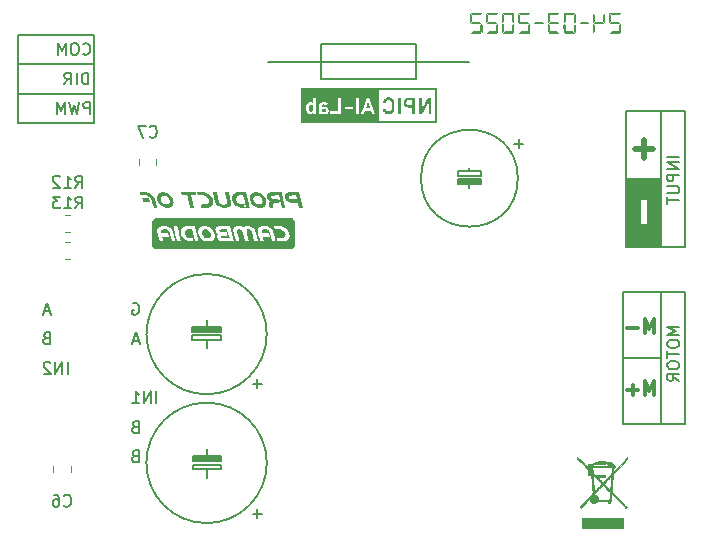
<source format=gbr>
%TF.GenerationSoftware,KiCad,Pcbnew,(6.0.2)*%
%TF.CreationDate,2022-03-25T17:55:46+07:00*%
%TF.ProjectId,Driver_motor_V02,44726976-6572-45f6-9d6f-746f725f5630,rev?*%
%TF.SameCoordinates,Original*%
%TF.FileFunction,Legend,Bot*%
%TF.FilePolarity,Positive*%
%FSLAX46Y46*%
G04 Gerber Fmt 4.6, Leading zero omitted, Abs format (unit mm)*
G04 Created by KiCad (PCBNEW (6.0.2)) date 2022-03-25 17:55:46*
%MOMM*%
%LPD*%
G01*
G04 APERTURE LIST*
%ADD10C,0.150000*%
%ADD11C,0.300000*%
%ADD12C,0.200000*%
%ADD13C,0.500000*%
%ADD14C,0.120000*%
%ADD15C,0.010000*%
G04 APERTURE END LIST*
D10*
X168000000Y-111250000D02*
X170000000Y-111250000D01*
X151750000Y-102150000D02*
X151750000Y-102450000D01*
X129500000Y-114250000D02*
X129500000Y-113650000D01*
X164750000Y-122500000D02*
X164750000Y-111250000D01*
X130750000Y-125600000D02*
X128350000Y-125600000D01*
X128350000Y-125600000D02*
X128350000Y-125200000D01*
X128350000Y-125200000D02*
X130750000Y-125200000D01*
X130750000Y-125200000D02*
X130750000Y-125600000D01*
G36*
X130750000Y-125600000D02*
G01*
X128350000Y-125600000D01*
X128350000Y-125200000D01*
X130750000Y-125200000D01*
X130750000Y-125600000D01*
G37*
X164750000Y-111250000D02*
X168000000Y-111250000D01*
X113500000Y-97000000D02*
X113500000Y-89500000D01*
X120000000Y-89500000D02*
X120000000Y-97000000D01*
X168000000Y-96000000D02*
X170000000Y-96000000D01*
X151750000Y-101050000D02*
X151750000Y-100750000D01*
X139225000Y-90275000D02*
X147225000Y-90275000D01*
X147225000Y-90275000D02*
X147225000Y-93275000D01*
X147225000Y-93275000D02*
X139225000Y-93275000D01*
X139225000Y-93275000D02*
X139225000Y-90275000D01*
X113500000Y-92000000D02*
X120000000Y-92000000D01*
X130700000Y-114650000D02*
X128300000Y-114650000D01*
X128300000Y-114650000D02*
X128300000Y-114250000D01*
X128300000Y-114250000D02*
X130700000Y-114250000D01*
X130700000Y-114250000D02*
X130700000Y-114650000D01*
G36*
X130700000Y-114650000D02*
G01*
X128300000Y-114650000D01*
X128300000Y-114250000D01*
X130700000Y-114250000D01*
X130700000Y-114650000D01*
G37*
X134600000Y-125750000D02*
G75*
G03*
X134600000Y-125750000I-5100000J0D01*
G01*
X170000000Y-107500000D02*
X168000000Y-107500000D01*
X168000000Y-107500000D02*
X165000000Y-107500000D01*
X165000000Y-96000000D02*
X168000000Y-96000000D01*
X134591169Y-114850000D02*
G75*
G03*
X134591169Y-114850000I-5091169J0D01*
G01*
X165000000Y-101750000D02*
X168000000Y-101750000D01*
X150750000Y-101750000D02*
X152750000Y-101750000D01*
X152750000Y-101750000D02*
X152750000Y-102150000D01*
X152750000Y-102150000D02*
X150750000Y-102150000D01*
X150750000Y-102150000D02*
X150750000Y-101750000D01*
G36*
X150750000Y-101750000D02*
G01*
X152750000Y-101750000D01*
X152750000Y-102150000D01*
X150750000Y-102150000D01*
X150750000Y-101750000D01*
G37*
X120000000Y-97000000D02*
X113500000Y-97000000D01*
X170000000Y-111250000D02*
X170000000Y-122500000D01*
X164750000Y-116875000D02*
X168000000Y-116875000D01*
X168000000Y-96000000D02*
X168000000Y-107500000D01*
X129550000Y-125200000D02*
X129550000Y-124600000D01*
X168000000Y-111250000D02*
X168000000Y-122500000D01*
X170000000Y-122500000D02*
X168000000Y-122500000D01*
X165000000Y-107500000D02*
X165000000Y-96000000D01*
X151725000Y-91775000D02*
X134725000Y-91775000D01*
X130750000Y-126300000D02*
X128350000Y-126300000D01*
X128350000Y-126300000D02*
X128350000Y-125900000D01*
X128350000Y-125900000D02*
X130750000Y-125900000D01*
X130750000Y-125900000D02*
X130750000Y-126300000D01*
X150750000Y-101050000D02*
X152750000Y-101050000D01*
X152750000Y-101050000D02*
X152750000Y-101450000D01*
X152750000Y-101450000D02*
X150750000Y-101450000D01*
X150750000Y-101450000D02*
X150750000Y-101050000D01*
X129500000Y-115350000D02*
X129500000Y-116050000D01*
X155850000Y-101650000D02*
G75*
G03*
X155850000Y-101650000I-4100000J0D01*
G01*
X170000000Y-96000000D02*
X170000000Y-107500000D01*
X120000000Y-92000000D02*
X120000000Y-94500000D01*
X120000000Y-94500000D02*
X113500000Y-94500000D01*
X130700000Y-115350000D02*
X128300000Y-115350000D01*
X128300000Y-115350000D02*
X128300000Y-114950000D01*
X128300000Y-114950000D02*
X130700000Y-114950000D01*
X130700000Y-114950000D02*
X130700000Y-115350000D01*
X113500000Y-89500000D02*
X120000000Y-89500000D01*
X129550000Y-126300000D02*
X129550000Y-127000000D01*
X168000000Y-122500000D02*
X164750000Y-122500000D01*
X119500000Y-93702380D02*
X119500000Y-92702380D01*
X119261904Y-92702380D01*
X119119047Y-92750000D01*
X119023809Y-92845238D01*
X118976190Y-92940476D01*
X118928571Y-93130952D01*
X118928571Y-93273809D01*
X118976190Y-93464285D01*
X119023809Y-93559523D01*
X119119047Y-93654761D01*
X119261904Y-93702380D01*
X119500000Y-93702380D01*
X118500000Y-93702380D02*
X118500000Y-92702380D01*
X117452380Y-93702380D02*
X117785714Y-93226190D01*
X118023809Y-93702380D02*
X118023809Y-92702380D01*
X117642857Y-92702380D01*
X117547619Y-92750000D01*
X117500000Y-92797619D01*
X117452380Y-92892857D01*
X117452380Y-93035714D01*
X117500000Y-93130952D01*
X117547619Y-93178571D01*
X117642857Y-93226190D01*
X118023809Y-93226190D01*
X123428571Y-125178571D02*
X123285714Y-125226190D01*
X123238095Y-125273809D01*
X123190476Y-125369047D01*
X123190476Y-125511904D01*
X123238095Y-125607142D01*
X123285714Y-125654761D01*
X123380952Y-125702380D01*
X123761904Y-125702380D01*
X123761904Y-124702380D01*
X123428571Y-124702380D01*
X123333333Y-124750000D01*
X123285714Y-124797619D01*
X123238095Y-124892857D01*
X123238095Y-124988095D01*
X123285714Y-125083333D01*
X123333333Y-125130952D01*
X123428571Y-125178571D01*
X123761904Y-125178571D01*
X134167243Y-119071428D02*
X133405338Y-119071428D01*
X133786291Y-119452380D02*
X133786291Y-118690476D01*
X119636212Y-96202380D02*
X119636212Y-95202380D01*
X119255260Y-95202380D01*
X119160022Y-95250000D01*
X119112403Y-95297619D01*
X119064784Y-95392857D01*
X119064784Y-95535714D01*
X119112403Y-95630952D01*
X119160022Y-95678571D01*
X119255260Y-95726190D01*
X119636212Y-95726190D01*
X118731451Y-95202380D02*
X118493355Y-96202380D01*
X118302879Y-95488095D01*
X118112403Y-96202380D01*
X117874308Y-95202380D01*
X117493355Y-96202380D02*
X117493355Y-95202380D01*
X117160022Y-95916666D01*
X116826689Y-95202380D01*
X116826689Y-96202380D01*
X123428571Y-122678571D02*
X123285714Y-122726190D01*
X123238095Y-122773809D01*
X123190476Y-122869047D01*
X123190476Y-123011904D01*
X123238095Y-123107142D01*
X123285714Y-123154761D01*
X123380952Y-123202380D01*
X123761904Y-123202380D01*
X123761904Y-122202380D01*
X123428571Y-122202380D01*
X123333333Y-122250000D01*
X123285714Y-122297619D01*
X123238095Y-122392857D01*
X123238095Y-122488095D01*
X123285714Y-122583333D01*
X123333333Y-122630952D01*
X123428571Y-122678571D01*
X123761904Y-122678571D01*
X115928571Y-115178571D02*
X115785714Y-115226190D01*
X115738095Y-115273809D01*
X115690476Y-115369047D01*
X115690476Y-115511904D01*
X115738095Y-115607142D01*
X115785714Y-115654761D01*
X115880952Y-115702380D01*
X116261904Y-115702380D01*
X116261904Y-114702380D01*
X115928571Y-114702380D01*
X115833333Y-114750000D01*
X115785714Y-114797619D01*
X115738095Y-114892857D01*
X115738095Y-114988095D01*
X115785714Y-115083333D01*
X115833333Y-115130952D01*
X115928571Y-115178571D01*
X116261904Y-115178571D01*
X119035714Y-91107142D02*
X119083333Y-91154761D01*
X119226190Y-91202380D01*
X119321428Y-91202380D01*
X119464285Y-91154761D01*
X119559523Y-91059523D01*
X119607142Y-90964285D01*
X119654761Y-90773809D01*
X119654761Y-90630952D01*
X119607142Y-90440476D01*
X119559523Y-90345238D01*
X119464285Y-90250000D01*
X119321428Y-90202380D01*
X119226190Y-90202380D01*
X119083333Y-90250000D01*
X119035714Y-90297619D01*
X118416666Y-90202380D02*
X118226190Y-90202380D01*
X118130952Y-90250000D01*
X118035714Y-90345238D01*
X117988095Y-90535714D01*
X117988095Y-90869047D01*
X118035714Y-91059523D01*
X118130952Y-91154761D01*
X118226190Y-91202380D01*
X118416666Y-91202380D01*
X118511904Y-91154761D01*
X118607142Y-91059523D01*
X118654761Y-90869047D01*
X118654761Y-90535714D01*
X118607142Y-90345238D01*
X118511904Y-90250000D01*
X118416666Y-90202380D01*
X117559523Y-91202380D02*
X117559523Y-90202380D01*
X117226190Y-90916666D01*
X116892857Y-90202380D01*
X116892857Y-91202380D01*
X123238095Y-112250000D02*
X123333333Y-112202380D01*
X123476190Y-112202380D01*
X123619047Y-112250000D01*
X123714285Y-112345238D01*
X123761904Y-112440476D01*
X123809523Y-112630952D01*
X123809523Y-112773809D01*
X123761904Y-112964285D01*
X123714285Y-113059523D01*
X123619047Y-113154761D01*
X123476190Y-113202380D01*
X123380952Y-113202380D01*
X123238095Y-113154761D01*
X123190476Y-113107142D01*
X123190476Y-112773809D01*
X123380952Y-112773809D01*
D11*
X167392857Y-120042857D02*
X167392857Y-118842857D01*
X166992857Y-119700000D01*
X166592857Y-118842857D01*
X166592857Y-120042857D01*
X166021428Y-119585714D02*
X165107142Y-119585714D01*
X165564285Y-120042857D02*
X165564285Y-119128571D01*
D12*
X169502380Y-99821428D02*
X168502380Y-99821428D01*
X169502380Y-100297619D02*
X168502380Y-100297619D01*
X169502380Y-100869047D01*
X168502380Y-100869047D01*
X169502380Y-101345238D02*
X168502380Y-101345238D01*
X168502380Y-101726190D01*
X168550000Y-101821428D01*
X168597619Y-101869047D01*
X168692857Y-101916666D01*
X168835714Y-101916666D01*
X168930952Y-101869047D01*
X168978571Y-101821428D01*
X169026190Y-101726190D01*
X169026190Y-101345238D01*
X168502380Y-102345238D02*
X169311904Y-102345238D01*
X169407142Y-102392857D01*
X169454761Y-102440476D01*
X169502380Y-102535714D01*
X169502380Y-102726190D01*
X169454761Y-102821428D01*
X169407142Y-102869047D01*
X169311904Y-102916666D01*
X168502380Y-102916666D01*
X168502380Y-103250000D02*
X168502380Y-103821428D01*
X169502380Y-103535714D02*
X168502380Y-103535714D01*
X169502380Y-114238095D02*
X168502380Y-114238095D01*
X169216666Y-114571428D01*
X168502380Y-114904761D01*
X169502380Y-114904761D01*
X168502380Y-115571428D02*
X168502380Y-115761904D01*
X168550000Y-115857142D01*
X168645238Y-115952380D01*
X168835714Y-116000000D01*
X169169047Y-116000000D01*
X169359523Y-115952380D01*
X169454761Y-115857142D01*
X169502380Y-115761904D01*
X169502380Y-115571428D01*
X169454761Y-115476190D01*
X169359523Y-115380952D01*
X169169047Y-115333333D01*
X168835714Y-115333333D01*
X168645238Y-115380952D01*
X168550000Y-115476190D01*
X168502380Y-115571428D01*
X168502380Y-116285714D02*
X168502380Y-116857142D01*
X169502380Y-116571428D02*
X168502380Y-116571428D01*
X168502380Y-117380952D02*
X168502380Y-117571428D01*
X168550000Y-117666666D01*
X168645238Y-117761904D01*
X168835714Y-117809523D01*
X169169047Y-117809523D01*
X169359523Y-117761904D01*
X169454761Y-117666666D01*
X169502380Y-117571428D01*
X169502380Y-117380952D01*
X169454761Y-117285714D01*
X169359523Y-117190476D01*
X169169047Y-117142857D01*
X168835714Y-117142857D01*
X168645238Y-117190476D01*
X168550000Y-117285714D01*
X168502380Y-117380952D01*
X169502380Y-118809523D02*
X169026190Y-118476190D01*
X169502380Y-118238095D02*
X168502380Y-118238095D01*
X168502380Y-118619047D01*
X168550000Y-118714285D01*
X168597619Y-118761904D01*
X168692857Y-118809523D01*
X168835714Y-118809523D01*
X168930952Y-118761904D01*
X168978571Y-118714285D01*
X169026190Y-118619047D01*
X169026190Y-118238095D01*
D10*
X156330952Y-98721428D02*
X155569047Y-98721428D01*
X155950000Y-99102380D02*
X155950000Y-98340476D01*
X134155952Y-130071428D02*
X133394047Y-130071428D01*
X133775000Y-130452380D02*
X133775000Y-129690476D01*
X123738095Y-115416666D02*
X123261904Y-115416666D01*
X123833333Y-115702380D02*
X123500000Y-114702380D01*
X123166666Y-115702380D01*
X117750000Y-118202380D02*
X117750000Y-117202380D01*
X117273809Y-118202380D02*
X117273809Y-117202380D01*
X116702380Y-118202380D01*
X116702380Y-117202380D01*
X116273809Y-117297619D02*
X116226190Y-117250000D01*
X116130952Y-117202380D01*
X115892857Y-117202380D01*
X115797619Y-117250000D01*
X115750000Y-117297619D01*
X115702380Y-117392857D01*
X115702380Y-117488095D01*
X115750000Y-117630952D01*
X116321428Y-118202380D01*
X115702380Y-118202380D01*
D11*
X167392857Y-114792857D02*
X167392857Y-113592857D01*
X166992857Y-114450000D01*
X166592857Y-113592857D01*
X166592857Y-114792857D01*
X166021428Y-114335714D02*
X165107142Y-114335714D01*
D10*
X125250000Y-120702380D02*
X125250000Y-119702380D01*
X124773809Y-120702380D02*
X124773809Y-119702380D01*
X124202380Y-120702380D01*
X124202380Y-119702380D01*
X123202380Y-120702380D02*
X123773809Y-120702380D01*
X123488095Y-120702380D02*
X123488095Y-119702380D01*
X123583333Y-119845238D01*
X123678571Y-119940476D01*
X123773809Y-119988095D01*
D13*
X167261904Y-99142857D02*
X165738095Y-99142857D01*
X166500000Y-99904761D02*
X166500000Y-98380952D01*
D10*
X116238095Y-112916666D02*
X115761904Y-112916666D01*
X116333333Y-113202380D02*
X116000000Y-112202380D01*
X115666666Y-113202380D01*
%TO.C,R13*%
X118392857Y-104202380D02*
X118726190Y-103726190D01*
X118964285Y-104202380D02*
X118964285Y-103202380D01*
X118583333Y-103202380D01*
X118488095Y-103250000D01*
X118440476Y-103297619D01*
X118392857Y-103392857D01*
X118392857Y-103535714D01*
X118440476Y-103630952D01*
X118488095Y-103678571D01*
X118583333Y-103726190D01*
X118964285Y-103726190D01*
X117440476Y-104202380D02*
X118011904Y-104202380D01*
X117726190Y-104202380D02*
X117726190Y-103202380D01*
X117821428Y-103345238D01*
X117916666Y-103440476D01*
X118011904Y-103488095D01*
X117107142Y-103202380D02*
X116488095Y-103202380D01*
X116821428Y-103583333D01*
X116678571Y-103583333D01*
X116583333Y-103630952D01*
X116535714Y-103678571D01*
X116488095Y-103773809D01*
X116488095Y-104011904D01*
X116535714Y-104107142D01*
X116583333Y-104154761D01*
X116678571Y-104202380D01*
X116964285Y-104202380D01*
X117059523Y-104154761D01*
X117107142Y-104107142D01*
%TO.C,R12*%
X118392857Y-102452380D02*
X118726190Y-101976190D01*
X118964285Y-102452380D02*
X118964285Y-101452380D01*
X118583333Y-101452380D01*
X118488095Y-101500000D01*
X118440476Y-101547619D01*
X118392857Y-101642857D01*
X118392857Y-101785714D01*
X118440476Y-101880952D01*
X118488095Y-101928571D01*
X118583333Y-101976190D01*
X118964285Y-101976190D01*
X117440476Y-102452380D02*
X118011904Y-102452380D01*
X117726190Y-102452380D02*
X117726190Y-101452380D01*
X117821428Y-101595238D01*
X117916666Y-101690476D01*
X118011904Y-101738095D01*
X117059523Y-101547619D02*
X117011904Y-101500000D01*
X116916666Y-101452380D01*
X116678571Y-101452380D01*
X116583333Y-101500000D01*
X116535714Y-101547619D01*
X116488095Y-101642857D01*
X116488095Y-101738095D01*
X116535714Y-101880952D01*
X117107142Y-102452380D01*
X116488095Y-102452380D01*
%TO.C,C7*%
X124666666Y-98107142D02*
X124714285Y-98154761D01*
X124857142Y-98202380D01*
X124952380Y-98202380D01*
X125095238Y-98154761D01*
X125190476Y-98059523D01*
X125238095Y-97964285D01*
X125285714Y-97773809D01*
X125285714Y-97630952D01*
X125238095Y-97440476D01*
X125190476Y-97345238D01*
X125095238Y-97250000D01*
X124952380Y-97202380D01*
X124857142Y-97202380D01*
X124714285Y-97250000D01*
X124666666Y-97297619D01*
X124333333Y-97202380D02*
X123666666Y-97202380D01*
X124095238Y-98202380D01*
%TO.C,C6*%
X117416666Y-129357142D02*
X117464285Y-129404761D01*
X117607142Y-129452380D01*
X117702380Y-129452380D01*
X117845238Y-129404761D01*
X117940476Y-129309523D01*
X117988095Y-129214285D01*
X118035714Y-129023809D01*
X118035714Y-128880952D01*
X117988095Y-128690476D01*
X117940476Y-128595238D01*
X117845238Y-128500000D01*
X117702380Y-128452380D01*
X117607142Y-128452380D01*
X117464285Y-128500000D01*
X117416666Y-128547619D01*
X116559523Y-128452380D02*
X116750000Y-128452380D01*
X116845238Y-128500000D01*
X116892857Y-128547619D01*
X116988095Y-128690476D01*
X117035714Y-128880952D01*
X117035714Y-129261904D01*
X116988095Y-129357142D01*
X116940476Y-129404761D01*
X116845238Y-129452380D01*
X116654761Y-129452380D01*
X116559523Y-129404761D01*
X116511904Y-129357142D01*
X116464285Y-129261904D01*
X116464285Y-129023809D01*
X116511904Y-128928571D01*
X116559523Y-128880952D01*
X116654761Y-128833333D01*
X116845238Y-128833333D01*
X116940476Y-128880952D01*
X116988095Y-128928571D01*
X117035714Y-129023809D01*
D14*
%TO.C,R13*%
X117977064Y-108485000D02*
X117522936Y-108485000D01*
X117977064Y-107015000D02*
X117522936Y-107015000D01*
%TO.C,G\u002A\u002A\u002A*%
G36*
X159289745Y-87751672D02*
G01*
X159196412Y-87845213D01*
X158584382Y-87845213D01*
X158491048Y-87751672D01*
X158397715Y-87658131D01*
X159383079Y-87658131D01*
X159289745Y-87751672D01*
G37*
G36*
X156918839Y-88639771D02*
G01*
X156918839Y-89381238D01*
X156825298Y-89287904D01*
X156731757Y-89194571D01*
X156731757Y-88683147D01*
X156846781Y-88568797D01*
X156918839Y-88639771D01*
G37*
G36*
X164492068Y-89320284D02*
G01*
X164585402Y-89413825D01*
X163600038Y-89413825D01*
X163693371Y-89320284D01*
X163786705Y-89226743D01*
X164398735Y-89226743D01*
X164492068Y-89320284D01*
G37*
G36*
X159845384Y-88631098D02*
G01*
X159904958Y-88690363D01*
X159904958Y-89184678D01*
X159813215Y-89281351D01*
X159721473Y-89378025D01*
X159717743Y-88640941D01*
X159751777Y-88606388D01*
X159785810Y-88571834D01*
X159845384Y-88631098D01*
G37*
G36*
X152734674Y-87751672D02*
G01*
X152641341Y-87845213D01*
X152029311Y-87845213D01*
X151935977Y-87751672D01*
X151842644Y-87658131D01*
X152828008Y-87658131D01*
X152734674Y-87751672D01*
G37*
G36*
X160768414Y-88431149D02*
G01*
X160734446Y-88465635D01*
X160700479Y-88500121D01*
X160640905Y-88440857D01*
X160581332Y-88381593D01*
X160581332Y-87877385D01*
X160674873Y-87784051D01*
X160768414Y-87690718D01*
X160768414Y-88431149D01*
G37*
G36*
X158492051Y-88630516D02*
G01*
X158552210Y-88690363D01*
X158552210Y-89184678D01*
X158460550Y-89281263D01*
X158431720Y-89311541D01*
X158406243Y-89338106D01*
X158385913Y-89359098D01*
X158372309Y-89372889D01*
X158367009Y-89377847D01*
X158366891Y-89377127D01*
X158366539Y-89365863D01*
X158366218Y-89341981D01*
X158365934Y-89306828D01*
X158365694Y-89261748D01*
X158365504Y-89208088D01*
X158365370Y-89147192D01*
X158365298Y-89080408D01*
X158365294Y-89009080D01*
X158365461Y-88640312D01*
X158398677Y-88605491D01*
X158431892Y-88570670D01*
X158492051Y-88630516D01*
G37*
G36*
X158012550Y-88489207D02*
G01*
X158058905Y-88535978D01*
X158012550Y-88582748D01*
X157966195Y-88629519D01*
X157305528Y-88629519D01*
X157259367Y-88583358D01*
X157213206Y-88537196D01*
X157257527Y-88489816D01*
X157301848Y-88442437D01*
X157966195Y-88442437D01*
X158012550Y-88489207D01*
G37*
G36*
X159289745Y-89320284D02*
G01*
X159383079Y-89413825D01*
X158397715Y-89413825D01*
X158491048Y-89320284D01*
X158584382Y-89226743D01*
X159196412Y-89226743D01*
X159289745Y-89320284D01*
G37*
G36*
X155961842Y-87784051D02*
G01*
X156055383Y-87877385D01*
X156055383Y-88380975D01*
X155996223Y-88440444D01*
X155937062Y-88499913D01*
X155868300Y-88432185D01*
X155868300Y-87690718D01*
X155961842Y-87784051D01*
G37*
G36*
X154643061Y-88631098D02*
G01*
X154702635Y-88690363D01*
X154702635Y-89184678D01*
X154610892Y-89281351D01*
X154519150Y-89378025D01*
X154515420Y-88640941D01*
X154549454Y-88606388D01*
X154583487Y-88571834D01*
X154643061Y-88631098D01*
G37*
G36*
X155566091Y-88431149D02*
G01*
X155532123Y-88465635D01*
X155498156Y-88500121D01*
X155438582Y-88440857D01*
X155379009Y-88381593D01*
X155379009Y-87877385D01*
X155472550Y-87784051D01*
X155566091Y-87690718D01*
X155566091Y-88431149D01*
G37*
G36*
X154213343Y-88639771D02*
G01*
X154213343Y-89381238D01*
X154119802Y-89287904D01*
X154026261Y-89194571D01*
X154026261Y-88683147D01*
X154141285Y-88568797D01*
X154213343Y-88639771D01*
G37*
G36*
X153256346Y-87784051D02*
G01*
X153349887Y-87877385D01*
X153349887Y-88380975D01*
X153231567Y-88499913D01*
X153162805Y-88432185D01*
X153162805Y-87690718D01*
X153256346Y-87784051D01*
G37*
G36*
X159811417Y-87784051D02*
G01*
X159904958Y-87877385D01*
X159904958Y-88380975D01*
X159786638Y-88499913D01*
X159752257Y-88466049D01*
X159717875Y-88432185D01*
X159717875Y-87690718D01*
X159811417Y-87784051D01*
G37*
G36*
X161869320Y-88489207D02*
G01*
X161915675Y-88535978D01*
X161869320Y-88582748D01*
X161822965Y-88629519D01*
X161162299Y-88629519D01*
X161069976Y-88537196D01*
X161114298Y-88489816D01*
X161158619Y-88442437D01*
X161822965Y-88442437D01*
X161869320Y-88489207D01*
G37*
G36*
X158458669Y-87784051D02*
G01*
X158552210Y-87877385D01*
X158552210Y-88380975D01*
X158433890Y-88499913D01*
X158365128Y-88432185D01*
X158365128Y-87690718D01*
X158458669Y-87784051D01*
G37*
G36*
X156886251Y-89413825D02*
G01*
X155900888Y-89413825D01*
X155994221Y-89320284D01*
X156087555Y-89226743D01*
X156699585Y-89226743D01*
X156886251Y-89413825D01*
G37*
G36*
X154087422Y-87751672D02*
G01*
X153994089Y-87845213D01*
X153382059Y-87845213D01*
X153288725Y-87751672D01*
X153195392Y-87658131D01*
X154180756Y-87658131D01*
X154087422Y-87751672D01*
G37*
G36*
X154062238Y-88489207D02*
G01*
X154108593Y-88535978D01*
X154062238Y-88582748D01*
X154015883Y-88629519D01*
X153360264Y-88629519D01*
X153313909Y-88582748D01*
X153267555Y-88535978D01*
X153313909Y-88489207D01*
X153360264Y-88442437D01*
X154015883Y-88442437D01*
X154062238Y-88489207D01*
G37*
G36*
X154609094Y-87784051D02*
G01*
X154702635Y-87877385D01*
X154702635Y-88380975D01*
X154584315Y-88499913D01*
X154515553Y-88432185D01*
X154515553Y-87690718D01*
X154609094Y-87784051D01*
G37*
G36*
X154087422Y-89320284D02*
G01*
X154180756Y-89413825D01*
X153195392Y-89413825D01*
X153288725Y-89320284D01*
X153382059Y-89226743D01*
X153994089Y-89226743D01*
X154087422Y-89320284D01*
G37*
G36*
X164492068Y-87751672D02*
G01*
X164398735Y-87845213D01*
X163786705Y-87845213D01*
X163693371Y-87751672D01*
X163600038Y-87658131D01*
X164585402Y-87658131D01*
X164492068Y-87751672D01*
G37*
G36*
X162308244Y-87784051D02*
G01*
X162401785Y-87877385D01*
X162401785Y-88380975D01*
X162283465Y-88499913D01*
X162214703Y-88432185D01*
X162214703Y-87690718D01*
X162308244Y-87784051D01*
G37*
G36*
X164466884Y-88489207D02*
G01*
X164513239Y-88535978D01*
X164466884Y-88582748D01*
X164420529Y-88629519D01*
X163764910Y-88629519D01*
X163718555Y-88582748D01*
X163672201Y-88535978D01*
X163718555Y-88489207D01*
X163764910Y-88442437D01*
X164420529Y-88442437D01*
X164466884Y-88489207D01*
G37*
G36*
X160642493Y-87751672D02*
G01*
X160549160Y-87845213D01*
X159937130Y-87845213D01*
X159843796Y-87751672D01*
X159750463Y-87658131D01*
X160735827Y-87658131D01*
X160642493Y-87751672D01*
G37*
G36*
X152709490Y-88489207D02*
G01*
X152755845Y-88535978D01*
X152709490Y-88582748D01*
X152663135Y-88629519D01*
X152007516Y-88629519D01*
X151961162Y-88582748D01*
X151914807Y-88535978D01*
X151961162Y-88489207D01*
X152007516Y-88442437D01*
X152663135Y-88442437D01*
X152709490Y-88489207D01*
G37*
G36*
X156767734Y-88489207D02*
G01*
X156814089Y-88535978D01*
X156767734Y-88582748D01*
X156721379Y-88629519D01*
X156065760Y-88629519D01*
X156019405Y-88582748D01*
X155973050Y-88535978D01*
X156019405Y-88489207D01*
X156065760Y-88442437D01*
X156721379Y-88442437D01*
X156767734Y-88489207D01*
G37*
G36*
X151903598Y-87784051D02*
G01*
X151997139Y-87877385D01*
X151997139Y-88380975D01*
X151878819Y-88499913D01*
X151810057Y-88432185D01*
X151810057Y-87690718D01*
X151903598Y-87784051D01*
G37*
G36*
X159264561Y-88489207D02*
G01*
X159310916Y-88535978D01*
X159264561Y-88582748D01*
X159218206Y-88629519D01*
X158562587Y-88629519D01*
X158516232Y-88582748D01*
X158469878Y-88535978D01*
X158516232Y-88489207D01*
X158562587Y-88442437D01*
X159218206Y-88442437D01*
X159264561Y-88489207D01*
G37*
G36*
X155440170Y-87751672D02*
G01*
X155346837Y-87845213D01*
X154734807Y-87845213D01*
X154641473Y-87751672D01*
X154548140Y-87658131D01*
X155533504Y-87658131D01*
X155440170Y-87751672D01*
G37*
G36*
X163660992Y-87784051D02*
G01*
X163754533Y-87877385D01*
X163754533Y-88380975D01*
X163636213Y-88499913D01*
X163567451Y-88432185D01*
X163567451Y-87690718D01*
X163660992Y-87784051D01*
G37*
G36*
X152734674Y-89320284D02*
G01*
X152828008Y-89413825D01*
X151842644Y-89413825D01*
X151935977Y-89320284D01*
X152029311Y-89226743D01*
X152641341Y-89226743D01*
X152734674Y-89320284D01*
G37*
G36*
X162341626Y-88630516D02*
G01*
X162401785Y-88690363D01*
X162401785Y-89191217D01*
X162310802Y-89284532D01*
X162283383Y-89312532D01*
X162257544Y-89338665D01*
X162236822Y-89359348D01*
X162222850Y-89372951D01*
X162217260Y-89377847D01*
X162217101Y-89377127D01*
X162216620Y-89365863D01*
X162216180Y-89341981D01*
X162215788Y-89306828D01*
X162215454Y-89261748D01*
X162215187Y-89208088D01*
X162214994Y-89147192D01*
X162214886Y-89080408D01*
X162214869Y-89009080D01*
X162215036Y-88640312D01*
X162248252Y-88605491D01*
X162281467Y-88570670D01*
X162341626Y-88630516D01*
G37*
G36*
X152824566Y-88604284D02*
G01*
X152860595Y-88639771D01*
X152860595Y-89381238D01*
X152767054Y-89287904D01*
X152673513Y-89194571D01*
X152673513Y-88683147D01*
X152731025Y-88625972D01*
X152788538Y-88568797D01*
X152824566Y-88604284D01*
G37*
G36*
X160642493Y-89320284D02*
G01*
X160735827Y-89413825D01*
X159750463Y-89413825D01*
X159843796Y-89320284D01*
X159937130Y-89226743D01*
X160549160Y-89226743D01*
X160642493Y-89320284D01*
G37*
G36*
X155440170Y-89320284D02*
G01*
X155533504Y-89413825D01*
X154548140Y-89413825D01*
X154641473Y-89320284D01*
X154734807Y-89226743D01*
X155346837Y-89226743D01*
X155440170Y-89320284D01*
G37*
G36*
X160768414Y-88639771D02*
G01*
X160768414Y-89381238D01*
X160674873Y-89287904D01*
X160581332Y-89194571D01*
X160581332Y-88683147D01*
X160696356Y-88568797D01*
X160768414Y-88639771D01*
G37*
G36*
X164617989Y-88639771D02*
G01*
X164617989Y-89381238D01*
X164524448Y-89287904D01*
X164430907Y-89194571D01*
X164430907Y-88683147D01*
X164545931Y-88568797D01*
X164617989Y-88639771D01*
G37*
G36*
X163265241Y-88431149D02*
G01*
X163231273Y-88465635D01*
X163197306Y-88500121D01*
X163137732Y-88440857D01*
X163078159Y-88381593D01*
X163078159Y-87877385D01*
X163171700Y-87784051D01*
X163265241Y-87690718D01*
X163265241Y-88431149D01*
G37*
G36*
X156699585Y-87845213D02*
G01*
X156087555Y-87845213D01*
X155994221Y-87751672D01*
X155900888Y-87658131D01*
X156886251Y-87658131D01*
X156699585Y-87845213D01*
G37*
G36*
X163114136Y-88489207D02*
G01*
X163160491Y-88535978D01*
X163114136Y-88582748D01*
X163067781Y-88629519D01*
X162412939Y-88629519D01*
X162365354Y-88582299D01*
X162317770Y-88535079D01*
X162413730Y-88442437D01*
X163067781Y-88442437D01*
X163114136Y-88489207D01*
G37*
G36*
X155566091Y-88639771D02*
G01*
X155566091Y-89381238D01*
X155472550Y-89287904D01*
X155379009Y-89194571D01*
X155379009Y-88683147D01*
X155494033Y-88568797D01*
X155566091Y-88639771D01*
G37*
D15*
%TO.C,REF\u002A\u002A*%
X160875570Y-125314848D02*
X160876189Y-125401931D01*
X160876189Y-125401931D02*
X161327914Y-125860891D01*
X161327914Y-125860891D02*
X161779639Y-126319852D01*
X161779639Y-126319852D02*
X161779968Y-126530471D01*
X161779968Y-126530471D02*
X161780297Y-126741089D01*
X161780297Y-126741089D02*
X162055390Y-126741089D01*
X162055390Y-126741089D02*
X162062478Y-126794530D01*
X162062478Y-126794530D02*
X162065162Y-126818888D01*
X162065162Y-126818888D02*
X162069687Y-126864759D01*
X162069687Y-126864759D02*
X162075809Y-126929405D01*
X162075809Y-126929405D02*
X162083288Y-127010091D01*
X162083288Y-127010091D02*
X162091881Y-127104081D01*
X162091881Y-127104081D02*
X162101346Y-127208637D01*
X162101346Y-127208637D02*
X162111442Y-127321025D01*
X162111442Y-127321025D02*
X162121926Y-127438507D01*
X162121926Y-127438507D02*
X162132556Y-127558348D01*
X162132556Y-127558348D02*
X162143091Y-127677811D01*
X162143091Y-127677811D02*
X162153287Y-127794159D01*
X162153287Y-127794159D02*
X162162905Y-127904657D01*
X162162905Y-127904657D02*
X162171700Y-128006569D01*
X162171700Y-128006569D02*
X162179432Y-128097158D01*
X162179432Y-128097158D02*
X162185858Y-128173687D01*
X162185858Y-128173687D02*
X162190737Y-128233421D01*
X162190737Y-128233421D02*
X162193825Y-128273624D01*
X162193825Y-128273624D02*
X162194883Y-128291559D01*
X162194883Y-128291559D02*
X162194882Y-128291644D01*
X162194882Y-128291644D02*
X162187173Y-128306035D01*
X162187173Y-128306035D02*
X162164019Y-128335748D01*
X162164019Y-128335748D02*
X162125105Y-128381131D01*
X162125105Y-128381131D02*
X162070116Y-128442529D01*
X162070116Y-128442529D02*
X161998736Y-128520288D01*
X161998736Y-128520288D02*
X161910651Y-128614754D01*
X161910651Y-128614754D02*
X161805546Y-128726272D01*
X161805546Y-128726272D02*
X161683105Y-128855188D01*
X161683105Y-128855188D02*
X161648690Y-128891287D01*
X161648690Y-128891287D02*
X161102863Y-129463416D01*
X161102863Y-129463416D02*
X161191119Y-129551436D01*
X161191119Y-129551436D02*
X161262515Y-129473758D01*
X161262515Y-129473758D02*
X161288634Y-129445686D01*
X161288634Y-129445686D02*
X161329434Y-129402274D01*
X161329434Y-129402274D02*
X161382223Y-129346366D01*
X161382223Y-129346366D02*
X161444309Y-129280808D01*
X161444309Y-129280808D02*
X161513000Y-129208441D01*
X161513000Y-129208441D02*
X161585604Y-129132112D01*
X161585604Y-129132112D02*
X161629040Y-129086524D01*
X161629040Y-129086524D02*
X161710584Y-129001119D01*
X161710584Y-129001119D02*
X161776496Y-128932710D01*
X161776496Y-128932710D02*
X161828456Y-128880053D01*
X161828456Y-128880053D02*
X161868145Y-128841905D01*
X161868145Y-128841905D02*
X161897243Y-128817020D01*
X161897243Y-128817020D02*
X161917431Y-128804156D01*
X161917431Y-128804156D02*
X161930390Y-128802068D01*
X161930390Y-128802068D02*
X161937800Y-128809513D01*
X161937800Y-128809513D02*
X161941342Y-128825246D01*
X161941342Y-128825246D02*
X161942697Y-128848023D01*
X161942697Y-128848023D02*
X161942879Y-128854239D01*
X161942879Y-128854239D02*
X161952297Y-128897061D01*
X161952297Y-128897061D02*
X161975503Y-128948819D01*
X161975503Y-128948819D02*
X162007864Y-129001328D01*
X162007864Y-129001328D02*
X162044748Y-129046403D01*
X162044748Y-129046403D02*
X162059507Y-129060328D01*
X162059507Y-129060328D02*
X162135233Y-129109047D01*
X162135233Y-129109047D02*
X162223692Y-129136306D01*
X162223692Y-129136306D02*
X162301900Y-129142773D01*
X162301900Y-129142773D02*
X162390532Y-129130576D01*
X162390532Y-129130576D02*
X162472388Y-129094813D01*
X162472388Y-129094813D02*
X162544836Y-129036722D01*
X162544836Y-129036722D02*
X162558203Y-129022262D01*
X162558203Y-129022262D02*
X162607082Y-128966733D01*
X162607082Y-128966733D02*
X163452674Y-128966733D01*
X163452674Y-128966733D02*
X163452674Y-129142773D01*
X163452674Y-129142773D02*
X163679010Y-129142773D01*
X163679010Y-129142773D02*
X163679010Y-129060531D01*
X163679010Y-129060531D02*
X163681850Y-129004386D01*
X163681850Y-129004386D02*
X163691393Y-128965416D01*
X163691393Y-128965416D02*
X163702991Y-128944219D01*
X163702991Y-128944219D02*
X163711277Y-128929052D01*
X163711277Y-128929052D02*
X163718373Y-128907062D01*
X163718373Y-128907062D02*
X163724748Y-128874987D01*
X163724748Y-128874987D02*
X163730872Y-128829569D01*
X163730872Y-128829569D02*
X163737216Y-128767548D01*
X163737216Y-128767548D02*
X163744250Y-128685662D01*
X163744250Y-128685662D02*
X163749066Y-128624746D01*
X163749066Y-128624746D02*
X163771161Y-128339343D01*
X163771161Y-128339343D02*
X164313565Y-128888805D01*
X164313565Y-128888805D02*
X164411637Y-128988228D01*
X164411637Y-128988228D02*
X164505784Y-129083815D01*
X164505784Y-129083815D02*
X164594285Y-129173810D01*
X164594285Y-129173810D02*
X164675420Y-129256457D01*
X164675420Y-129256457D02*
X164747469Y-129330001D01*
X164747469Y-129330001D02*
X164808712Y-129392684D01*
X164808712Y-129392684D02*
X164857427Y-129442752D01*
X164857427Y-129442752D02*
X164891896Y-129478448D01*
X164891896Y-129478448D02*
X164910379Y-129497995D01*
X164910379Y-129497995D02*
X164940743Y-129528944D01*
X164940743Y-129528944D02*
X164966071Y-129550530D01*
X164966071Y-129550530D02*
X164979695Y-129557723D01*
X164979695Y-129557723D02*
X164997095Y-129549297D01*
X164997095Y-129549297D02*
X165022460Y-129528245D01*
X165022460Y-129528245D02*
X165031058Y-129519671D01*
X165031058Y-129519671D02*
X165067514Y-129481620D01*
X165067514Y-129481620D02*
X164866802Y-129277658D01*
X164866802Y-129277658D02*
X164815596Y-129225699D01*
X164815596Y-129225699D02*
X164749569Y-129158820D01*
X164749569Y-129158820D02*
X164671618Y-129079950D01*
X164671618Y-129079950D02*
X164584638Y-128992014D01*
X164584638Y-128992014D02*
X164491526Y-128897941D01*
X164491526Y-128897941D02*
X164395179Y-128800658D01*
X164395179Y-128800658D02*
X164298492Y-128703093D01*
X164298492Y-128703093D02*
X164229134Y-128633145D01*
X164229134Y-128633145D02*
X164123703Y-128526550D01*
X164123703Y-128526550D02*
X164035129Y-128436307D01*
X164035129Y-128436307D02*
X163962281Y-128361192D01*
X163962281Y-128361192D02*
X163904023Y-128299986D01*
X163904023Y-128299986D02*
X163859225Y-128251466D01*
X163859225Y-128251466D02*
X163837021Y-128226129D01*
X163837021Y-128226129D02*
X163658724Y-128226129D01*
X163658724Y-128226129D02*
X163636401Y-128511555D01*
X163636401Y-128511555D02*
X163629669Y-128595219D01*
X163629669Y-128595219D02*
X163623157Y-128671727D01*
X163623157Y-128671727D02*
X163617234Y-128737081D01*
X163617234Y-128737081D02*
X163612268Y-128787281D01*
X163612268Y-128787281D02*
X163608629Y-128818329D01*
X163608629Y-128818329D02*
X163607458Y-128825273D01*
X163607458Y-128825273D02*
X163600838Y-128853565D01*
X163600838Y-128853565D02*
X162651364Y-128853565D01*
X162651364Y-128853565D02*
X162645026Y-128774606D01*
X162645026Y-128774606D02*
X162625890Y-128681315D01*
X162625890Y-128681315D02*
X162585846Y-128598791D01*
X162585846Y-128598791D02*
X162527418Y-128530038D01*
X162527418Y-128530038D02*
X162453129Y-128478063D01*
X162453129Y-128478063D02*
X162369748Y-128446863D01*
X162369748Y-128446863D02*
X162342698Y-128432228D01*
X162342698Y-128432228D02*
X162329156Y-128400819D01*
X162329156Y-128400819D02*
X162328872Y-128399434D01*
X162328872Y-128399434D02*
X162327247Y-128386174D01*
X162327247Y-128386174D02*
X162329256Y-128372595D01*
X162329256Y-128372595D02*
X162336858Y-128356181D01*
X162336858Y-128356181D02*
X162352016Y-128334411D01*
X162352016Y-128334411D02*
X162376688Y-128304767D01*
X162376688Y-128304767D02*
X162412836Y-128264732D01*
X162412836Y-128264732D02*
X162462420Y-128211785D01*
X162462420Y-128211785D02*
X162527401Y-128143409D01*
X162527401Y-128143409D02*
X162531599Y-128139005D01*
X162531599Y-128139005D02*
X162601493Y-128065611D01*
X162601493Y-128065611D02*
X162675800Y-127987437D01*
X162675800Y-127987437D02*
X162749414Y-127909864D01*
X162749414Y-127909864D02*
X162817229Y-127838275D01*
X162817229Y-127838275D02*
X162874140Y-127778051D01*
X162874140Y-127778051D02*
X162886832Y-127764587D01*
X162886832Y-127764587D02*
X162935487Y-127713820D01*
X162935487Y-127713820D02*
X162978709Y-127670375D01*
X162978709Y-127670375D02*
X163013395Y-127637241D01*
X163013395Y-127637241D02*
X163036444Y-127617405D01*
X163036444Y-127617405D02*
X163044182Y-127613046D01*
X163044182Y-127613046D02*
X163055722Y-127622170D01*
X163055722Y-127622170D02*
X163082710Y-127647200D01*
X163082710Y-127647200D02*
X163123021Y-127686052D01*
X163123021Y-127686052D02*
X163174529Y-127736643D01*
X163174529Y-127736643D02*
X163235109Y-127796888D01*
X163235109Y-127796888D02*
X163302636Y-127864704D01*
X163302636Y-127864704D02*
X163357826Y-127920565D01*
X163357826Y-127920565D02*
X163658724Y-128226129D01*
X163658724Y-128226129D02*
X163837021Y-128226129D01*
X163837021Y-128226129D02*
X163826751Y-128214411D01*
X163826751Y-128214411D02*
X163805471Y-128187599D01*
X163805471Y-128187599D02*
X163794251Y-128169808D01*
X163794251Y-128169808D02*
X163791754Y-128161570D01*
X163791754Y-128161570D02*
X163792700Y-128143590D01*
X163792700Y-128143590D02*
X163795573Y-128102892D01*
X163795573Y-128102892D02*
X163800187Y-128041819D01*
X163800187Y-128041819D02*
X163806358Y-127962713D01*
X163806358Y-127962713D02*
X163813898Y-127867914D01*
X163813898Y-127867914D02*
X163822621Y-127759767D01*
X163822621Y-127759767D02*
X163832343Y-127640612D01*
X163832343Y-127640612D02*
X163842876Y-127512791D01*
X163842876Y-127512791D02*
X163851365Y-127410635D01*
X163851365Y-127410635D02*
X163899396Y-126834674D01*
X163899396Y-126834674D02*
X163775805Y-126834674D01*
X163775805Y-126834674D02*
X163775273Y-126847104D01*
X163775273Y-126847104D02*
X163772769Y-126882110D01*
X163772769Y-126882110D02*
X163768496Y-126937215D01*
X163768496Y-126937215D02*
X163762653Y-127009943D01*
X163762653Y-127009943D02*
X163755443Y-127097814D01*
X163755443Y-127097814D02*
X163747066Y-127198351D01*
X163747066Y-127198351D02*
X163737723Y-127309077D01*
X163737723Y-127309077D02*
X163728758Y-127414205D01*
X163728758Y-127414205D02*
X163718602Y-127533483D01*
X163718602Y-127533483D02*
X163709142Y-127646080D01*
X163709142Y-127646080D02*
X163700596Y-127749305D01*
X163700596Y-127749305D02*
X163693179Y-127840473D01*
X163693179Y-127840473D02*
X163687108Y-127916895D01*
X163687108Y-127916895D02*
X163682601Y-127975883D01*
X163682601Y-127975883D02*
X163679873Y-128014749D01*
X163679873Y-128014749D02*
X163679116Y-128029844D01*
X163679116Y-128029844D02*
X163677935Y-128039238D01*
X163677935Y-128039238D02*
X163673256Y-128042966D01*
X163673256Y-128042966D02*
X163663276Y-128039471D01*
X163663276Y-128039471D02*
X163646190Y-128027199D01*
X163646190Y-128027199D02*
X163620196Y-128004594D01*
X163620196Y-128004594D02*
X163583490Y-127970100D01*
X163583490Y-127970100D02*
X163534267Y-127922162D01*
X163534267Y-127922162D02*
X163470726Y-127859224D01*
X163470726Y-127859224D02*
X163403305Y-127791968D01*
X163403305Y-127791968D02*
X163127601Y-127516477D01*
X163127601Y-127516477D02*
X163129533Y-127514406D01*
X163129533Y-127514406D02*
X162947290Y-127514406D01*
X162947290Y-127514406D02*
X162938984Y-127525780D01*
X162938984Y-127525780D02*
X162915733Y-127552563D01*
X162915733Y-127552563D02*
X162879865Y-127592292D01*
X162879865Y-127592292D02*
X162833713Y-127642507D01*
X162833713Y-127642507D02*
X162779606Y-127700746D01*
X162779606Y-127700746D02*
X162719874Y-127764547D01*
X162719874Y-127764547D02*
X162656848Y-127831449D01*
X162656848Y-127831449D02*
X162592858Y-127898990D01*
X162592858Y-127898990D02*
X162530236Y-127964710D01*
X162530236Y-127964710D02*
X162471310Y-128026146D01*
X162471310Y-128026146D02*
X162418412Y-128080837D01*
X162418412Y-128080837D02*
X162373872Y-128126322D01*
X162373872Y-128126322D02*
X162340020Y-128160138D01*
X162340020Y-128160138D02*
X162319188Y-128179826D01*
X162319188Y-128179826D02*
X162313506Y-128183837D01*
X162313506Y-128183837D02*
X162311634Y-128170891D01*
X162311634Y-128170891D02*
X162307746Y-128135134D01*
X162307746Y-128135134D02*
X162302057Y-128078804D01*
X162302057Y-128078804D02*
X162294781Y-128004140D01*
X162294781Y-128004140D02*
X162286131Y-127913380D01*
X162286131Y-127913380D02*
X162276322Y-127808762D01*
X162276322Y-127808762D02*
X162265566Y-127692526D01*
X162265566Y-127692526D02*
X162254079Y-127566908D01*
X162254079Y-127566908D02*
X162244907Y-127465618D01*
X162244907Y-127465618D02*
X162233174Y-127334279D01*
X162233174Y-127334279D02*
X162222335Y-127210552D01*
X162222335Y-127210552D02*
X162212570Y-127096681D01*
X162212570Y-127096681D02*
X162204063Y-126994911D01*
X162204063Y-126994911D02*
X162196995Y-126907487D01*
X162196995Y-126907487D02*
X162191549Y-126836653D01*
X162191549Y-126836653D02*
X162187908Y-126784653D01*
X162187908Y-126784653D02*
X162186253Y-126753732D01*
X162186253Y-126753732D02*
X162186442Y-126745703D01*
X162186442Y-126745703D02*
X162196334Y-126752854D01*
X162196334Y-126752854D02*
X162221524Y-126775841D01*
X162221524Y-126775841D02*
X162259810Y-126812439D01*
X162259810Y-126812439D02*
X162308989Y-126860422D01*
X162308989Y-126860422D02*
X162366861Y-126917566D01*
X162366861Y-126917566D02*
X162431222Y-126981647D01*
X162431222Y-126981647D02*
X162499871Y-127050438D01*
X162499871Y-127050438D02*
X162570605Y-127121716D01*
X162570605Y-127121716D02*
X162641222Y-127193255D01*
X162641222Y-127193255D02*
X162709520Y-127262830D01*
X162709520Y-127262830D02*
X162773296Y-127328217D01*
X162773296Y-127328217D02*
X162830350Y-127387191D01*
X162830350Y-127387191D02*
X162878478Y-127437527D01*
X162878478Y-127437527D02*
X162915478Y-127476999D01*
X162915478Y-127476999D02*
X162939148Y-127503383D01*
X162939148Y-127503383D02*
X162947290Y-127514406D01*
X162947290Y-127514406D02*
X163129533Y-127514406D01*
X163129533Y-127514406D02*
X163230409Y-127406295D01*
X163230409Y-127406295D02*
X163282768Y-127350377D01*
X163282768Y-127350377D02*
X163341535Y-127287948D01*
X163341535Y-127287948D02*
X163404385Y-127221443D01*
X163404385Y-127221443D02*
X163468995Y-127153298D01*
X163468995Y-127153298D02*
X163533042Y-127085948D01*
X163533042Y-127085948D02*
X163594203Y-127021828D01*
X163594203Y-127021828D02*
X163650153Y-126963372D01*
X163650153Y-126963372D02*
X163698570Y-126913018D01*
X163698570Y-126913018D02*
X163737130Y-126873198D01*
X163737130Y-126873198D02*
X163763509Y-126846350D01*
X163763509Y-126846350D02*
X163775384Y-126834908D01*
X163775384Y-126834908D02*
X163775805Y-126834674D01*
X163775805Y-126834674D02*
X163899396Y-126834674D01*
X163899396Y-126834674D02*
X163911401Y-126690726D01*
X163911401Y-126690726D02*
X164511938Y-126059158D01*
X164511938Y-126059158D02*
X165112475Y-125427589D01*
X165112475Y-125427589D02*
X165112034Y-125339315D01*
X165112034Y-125339315D02*
X165111592Y-125251040D01*
X165111592Y-125251040D02*
X165014583Y-125354666D01*
X165014583Y-125354666D02*
X164960291Y-125412463D01*
X164960291Y-125412463D02*
X164896192Y-125480368D01*
X164896192Y-125480368D02*
X164824016Y-125556572D01*
X164824016Y-125556572D02*
X164745492Y-125639269D01*
X164745492Y-125639269D02*
X164662349Y-125726653D01*
X164662349Y-125726653D02*
X164576319Y-125816915D01*
X164576319Y-125816915D02*
X164489130Y-125908250D01*
X164489130Y-125908250D02*
X164402513Y-125998849D01*
X164402513Y-125998849D02*
X164318197Y-126086907D01*
X164318197Y-126086907D02*
X164237912Y-126170615D01*
X164237912Y-126170615D02*
X164163387Y-126248167D01*
X164163387Y-126248167D02*
X164096354Y-126317757D01*
X164096354Y-126317757D02*
X164038541Y-126377576D01*
X164038541Y-126377576D02*
X163991679Y-126425818D01*
X163991679Y-126425818D02*
X163957496Y-126460676D01*
X163957496Y-126460676D02*
X163937724Y-126480343D01*
X163937724Y-126480343D02*
X163933390Y-126484116D01*
X163933390Y-126484116D02*
X163933092Y-126470992D01*
X163933092Y-126470992D02*
X163934731Y-126437389D01*
X163934731Y-126437389D02*
X163938023Y-126387880D01*
X163938023Y-126387880D02*
X163942682Y-126327037D01*
X163942682Y-126327037D02*
X163944682Y-126302732D01*
X163944682Y-126302732D02*
X163959577Y-126124951D01*
X163959577Y-126124951D02*
X163842955Y-126124951D01*
X163842955Y-126124951D02*
X163836934Y-126153243D01*
X163836934Y-126153243D02*
X163833863Y-126175618D01*
X163833863Y-126175618D02*
X163829548Y-126217717D01*
X163829548Y-126217717D02*
X163824488Y-126274178D01*
X163824488Y-126274178D02*
X163819181Y-126339635D01*
X163819181Y-126339635D02*
X163817344Y-126363862D01*
X163817344Y-126363862D02*
X163811927Y-126433421D01*
X163811927Y-126433421D02*
X163806459Y-126498018D01*
X163806459Y-126498018D02*
X163801488Y-126551548D01*
X163801488Y-126551548D02*
X163797561Y-126587910D01*
X163797561Y-126587910D02*
X163796675Y-126594509D01*
X163796675Y-126594509D02*
X163793334Y-126608056D01*
X163793334Y-126608056D02*
X163786101Y-126623914D01*
X163786101Y-126623914D02*
X163773440Y-126643861D01*
X163773440Y-126643861D02*
X163753811Y-126669673D01*
X163753811Y-126669673D02*
X163725678Y-126703129D01*
X163725678Y-126703129D02*
X163687502Y-126746007D01*
X163687502Y-126746007D02*
X163637746Y-126800083D01*
X163637746Y-126800083D02*
X163574871Y-126867136D01*
X163574871Y-126867136D02*
X163497341Y-126948943D01*
X163497341Y-126948943D02*
X163418251Y-127031950D01*
X163418251Y-127031950D02*
X163339564Y-127114094D01*
X163339564Y-127114094D02*
X163266112Y-127190169D01*
X163266112Y-127190169D02*
X163199724Y-127258325D01*
X163199724Y-127258325D02*
X163142227Y-127316712D01*
X163142227Y-127316712D02*
X163095451Y-127363481D01*
X163095451Y-127363481D02*
X163061224Y-127396782D01*
X163061224Y-127396782D02*
X163041373Y-127414767D01*
X163041373Y-127414767D02*
X163037140Y-127417442D01*
X163037140Y-127417442D02*
X163026003Y-127407741D01*
X163026003Y-127407741D02*
X162999971Y-127382441D01*
X162999971Y-127382441D02*
X162961570Y-127344082D01*
X162961570Y-127344082D02*
X162913328Y-127295200D01*
X162913328Y-127295200D02*
X162857770Y-127238334D01*
X162857770Y-127238334D02*
X162817592Y-127196906D01*
X162817592Y-127196906D02*
X162607831Y-126980000D01*
X162607831Y-126980000D02*
X163226337Y-126980000D01*
X163226337Y-126980000D02*
X163226337Y-126741089D01*
X163226337Y-126741089D02*
X162471881Y-126741089D01*
X162471881Y-126741089D02*
X162471881Y-126847542D01*
X162471881Y-126847542D02*
X162333565Y-126709654D01*
X162333565Y-126709654D02*
X162235447Y-126611840D01*
X162235447Y-126611840D02*
X162044357Y-126611840D01*
X162044357Y-126611840D02*
X162042529Y-126627270D01*
X162042529Y-126627270D02*
X162033277Y-126635867D01*
X162033277Y-126635867D02*
X162010950Y-126639613D01*
X162010950Y-126639613D02*
X161969895Y-126640489D01*
X161969895Y-126640489D02*
X161962624Y-126640495D01*
X161962624Y-126640495D02*
X161880891Y-126640495D01*
X161880891Y-126640495D02*
X161880891Y-126421172D01*
X161880891Y-126421172D02*
X161962624Y-126502179D01*
X161962624Y-126502179D02*
X162008730Y-126551428D01*
X162008730Y-126551428D02*
X162036306Y-126589159D01*
X162036306Y-126589159D02*
X162044357Y-126611840D01*
X162044357Y-126611840D02*
X162235447Y-126611840D01*
X162235447Y-126611840D02*
X162195248Y-126571766D01*
X162195248Y-126571766D02*
X162195248Y-126448952D01*
X162195248Y-126448952D02*
X162194863Y-126392450D01*
X162194863Y-126392450D02*
X162193100Y-126356505D01*
X162193100Y-126356505D02*
X162189050Y-126336530D01*
X162189050Y-126336530D02*
X162181801Y-126327937D01*
X162181801Y-126327937D02*
X162170870Y-126326139D01*
X162170870Y-126326139D02*
X162158712Y-126323498D01*
X162158712Y-126323498D02*
X162149727Y-126312912D01*
X162149727Y-126312912D02*
X162142826Y-126290381D01*
X162142826Y-126290381D02*
X162136924Y-126251909D01*
X162136924Y-126251909D02*
X162130935Y-126193498D01*
X162130935Y-126193498D02*
X162129013Y-126172104D01*
X162129013Y-126172104D02*
X162124852Y-126124951D01*
X162124852Y-126124951D02*
X163842955Y-126124951D01*
X163842955Y-126124951D02*
X163959577Y-126124951D01*
X163959577Y-126124951D02*
X164119109Y-126124951D01*
X164119109Y-126124951D02*
X164119109Y-126011782D01*
X164119109Y-126011782D02*
X164051314Y-126011782D01*
X164051314Y-126011782D02*
X164011662Y-126010696D01*
X164011662Y-126010696D02*
X163990116Y-126005454D01*
X163990116Y-126005454D02*
X163987480Y-126002334D01*
X163987480Y-126002334D02*
X163848616Y-126002334D01*
X163848616Y-126002334D02*
X163841308Y-126009462D01*
X163841308Y-126009462D02*
X163815993Y-126011662D01*
X163815993Y-126011662D02*
X163798908Y-126011782D01*
X163798908Y-126011782D02*
X163741881Y-126011782D01*
X163741881Y-126011782D02*
X163529221Y-126011782D01*
X163529221Y-126011782D02*
X162114698Y-126011782D01*
X162114698Y-126011782D02*
X162162542Y-125962786D01*
X162162542Y-125962786D02*
X162236850Y-125902324D01*
X162236850Y-125902324D02*
X162328816Y-125855691D01*
X162328816Y-125855691D02*
X162439998Y-125822249D01*
X162439998Y-125822249D02*
X162550471Y-125803753D01*
X162550471Y-125803753D02*
X162622773Y-125795122D01*
X162622773Y-125795122D02*
X162622773Y-125886040D01*
X162622773Y-125886040D02*
X163201188Y-125886040D01*
X163201188Y-125886040D02*
X163201188Y-125782893D01*
X163201188Y-125782893D02*
X163286065Y-125791496D01*
X163286065Y-125791496D02*
X163345368Y-125798756D01*
X163345368Y-125798756D02*
X163408551Y-125808379D01*
X163408551Y-125808379D02*
X163446386Y-125815252D01*
X163446386Y-125815252D02*
X163521832Y-125830407D01*
X163521832Y-125830407D02*
X163525526Y-125921095D01*
X163525526Y-125921095D02*
X163529221Y-126011782D01*
X163529221Y-126011782D02*
X163741881Y-126011782D01*
X163741881Y-126011782D02*
X163741881Y-125961485D01*
X163741881Y-125961485D02*
X163743544Y-125929976D01*
X163743544Y-125929976D02*
X163747697Y-125912463D01*
X163747697Y-125912463D02*
X163749371Y-125911188D01*
X163749371Y-125911188D02*
X163767987Y-125919254D01*
X163767987Y-125919254D02*
X163795183Y-125938820D01*
X163795183Y-125938820D02*
X163822448Y-125962944D01*
X163822448Y-125962944D02*
X163841267Y-125984682D01*
X163841267Y-125984682D02*
X163842943Y-125987508D01*
X163842943Y-125987508D02*
X163848616Y-126002334D01*
X163848616Y-126002334D02*
X163987480Y-126002334D01*
X163987480Y-126002334D02*
X163979662Y-125993081D01*
X163979662Y-125993081D02*
X163975442Y-125979604D01*
X163975442Y-125979604D02*
X163958219Y-125944627D01*
X163958219Y-125944627D02*
X163925138Y-125902579D01*
X163925138Y-125902579D02*
X163881893Y-125859356D01*
X163881893Y-125859356D02*
X163834174Y-125820854D01*
X163834174Y-125820854D02*
X163802830Y-125800801D01*
X163802830Y-125800801D02*
X163767123Y-125778851D01*
X163767123Y-125778851D02*
X163748819Y-125760411D01*
X163748819Y-125760411D02*
X163742388Y-125738668D01*
X163742388Y-125738668D02*
X163741894Y-125725718D01*
X163741894Y-125725718D02*
X163741894Y-125722575D01*
X163741894Y-125722575D02*
X163100594Y-125722575D01*
X163100594Y-125722575D02*
X163100594Y-125785446D01*
X163100594Y-125785446D02*
X162723367Y-125785446D01*
X162723367Y-125785446D02*
X162723367Y-125722575D01*
X162723367Y-125722575D02*
X163100594Y-125722575D01*
X163100594Y-125722575D02*
X163741894Y-125722575D01*
X163741894Y-125722575D02*
X163741881Y-125684852D01*
X163741881Y-125684852D02*
X163636048Y-125684852D01*
X163636048Y-125684852D02*
X163587355Y-125686029D01*
X163587355Y-125686029D02*
X163549405Y-125689165D01*
X163549405Y-125689165D02*
X163528308Y-125693671D01*
X163528308Y-125693671D02*
X163526023Y-125695495D01*
X163526023Y-125695495D02*
X163512641Y-125698295D01*
X163512641Y-125698295D02*
X163480074Y-125697148D01*
X163480074Y-125697148D02*
X163433916Y-125692393D01*
X163433916Y-125692393D02*
X163402376Y-125688003D01*
X163402376Y-125688003D02*
X163345188Y-125679378D01*
X163345188Y-125679378D02*
X163292886Y-125671591D01*
X163292886Y-125671591D02*
X163253582Y-125665847D01*
X163253582Y-125665847D02*
X163242055Y-125664215D01*
X163242055Y-125664215D02*
X163211937Y-125654888D01*
X163211937Y-125654888D02*
X163201188Y-125640272D01*
X163201188Y-125640272D02*
X163197920Y-125634320D01*
X163197920Y-125634320D02*
X163186230Y-125629778D01*
X163186230Y-125629778D02*
X163163288Y-125626470D01*
X163163288Y-125626470D02*
X163126265Y-125624215D01*
X163126265Y-125624215D02*
X163072332Y-125622834D01*
X163072332Y-125622834D02*
X162998660Y-125622150D01*
X162998660Y-125622150D02*
X162911980Y-125621980D01*
X162911980Y-125621980D02*
X162819471Y-125622077D01*
X162819471Y-125622077D02*
X162749094Y-125622530D01*
X162749094Y-125622530D02*
X162697836Y-125623590D01*
X162697836Y-125623590D02*
X162662680Y-125625503D01*
X162662680Y-125625503D02*
X162640611Y-125628519D01*
X162640611Y-125628519D02*
X162628615Y-125632885D01*
X162628615Y-125632885D02*
X162623676Y-125638849D01*
X162623676Y-125638849D02*
X162622773Y-125645784D01*
X162622773Y-125645784D02*
X162615079Y-125667795D01*
X162615079Y-125667795D02*
X162589879Y-125680321D01*
X162589879Y-125680321D02*
X162543991Y-125684788D01*
X162543991Y-125684788D02*
X162535736Y-125684852D01*
X162535736Y-125684852D02*
X162458027Y-125692868D01*
X162458027Y-125692868D02*
X162369767Y-125714936D01*
X162369767Y-125714936D02*
X162278915Y-125748084D01*
X162278915Y-125748084D02*
X162193430Y-125789339D01*
X162193430Y-125789339D02*
X162121274Y-125835731D01*
X162121274Y-125835731D02*
X162111928Y-125843082D01*
X162111928Y-125843082D02*
X162081467Y-125866998D01*
X162081467Y-125866998D02*
X162063428Y-125876576D01*
X162063428Y-125876576D02*
X162050831Y-125873480D01*
X162050831Y-125873480D02*
X162037900Y-125860704D01*
X162037900Y-125860704D02*
X161999707Y-125835678D01*
X161999707Y-125835678D02*
X161950002Y-125826071D01*
X161950002Y-125826071D02*
X161896476Y-125831067D01*
X161896476Y-125831067D02*
X161846822Y-125849851D01*
X161846822Y-125849851D02*
X161808733Y-125881606D01*
X161808733Y-125881606D02*
X161805975Y-125885297D01*
X161805975Y-125885297D02*
X161777474Y-125944575D01*
X161777474Y-125944575D02*
X161772172Y-126005934D01*
X161772172Y-126005934D02*
X161789482Y-126064427D01*
X161789482Y-126064427D02*
X161828820Y-126115104D01*
X161828820Y-126115104D02*
X161833630Y-126119289D01*
X161833630Y-126119289D02*
X161861560Y-126139167D01*
X161861560Y-126139167D02*
X161889898Y-126147921D01*
X161889898Y-126147921D02*
X161929737Y-126148553D01*
X161929737Y-126148553D02*
X161939689Y-126147992D01*
X161939689Y-126147992D02*
X161978668Y-126146562D01*
X161978668Y-126146562D02*
X161998746Y-126149839D01*
X161998746Y-126149839D02*
X162006015Y-126159728D01*
X162006015Y-126159728D02*
X162006760Y-126168961D01*
X162006760Y-126168961D02*
X162008284Y-126195744D01*
X162008284Y-126195744D02*
X162012065Y-126236025D01*
X162012065Y-126236025D02*
X162014782Y-126260124D01*
X162014782Y-126260124D02*
X162018723Y-126298401D01*
X162018723Y-126298401D02*
X162017084Y-126317996D01*
X162017084Y-126317996D02*
X162007579Y-126325158D01*
X162007579Y-126325158D02*
X161990649Y-126326139D01*
X161990649Y-126326139D02*
X161980608Y-126322901D01*
X161980608Y-126322901D02*
X161964410Y-126312420D01*
X161964410Y-126312420D02*
X161940855Y-126293548D01*
X161940855Y-126293548D02*
X161908743Y-126265135D01*
X161908743Y-126265135D02*
X161866872Y-126226035D01*
X161866872Y-126226035D02*
X161814043Y-126175097D01*
X161814043Y-126175097D02*
X161749055Y-126111173D01*
X161749055Y-126111173D02*
X161670709Y-126033114D01*
X161670709Y-126033114D02*
X161577803Y-125939772D01*
X161577803Y-125939772D02*
X161469137Y-125829998D01*
X161469137Y-125829998D02*
X161416769Y-125776952D01*
X161416769Y-125776952D02*
X160874951Y-125227767D01*
X160874951Y-125227767D02*
X160875570Y-125314848D01*
X160875570Y-125314848D02*
X160875570Y-125314848D01*
G36*
X164011662Y-126010696D02*
G01*
X164051314Y-126011782D01*
X164119109Y-126011782D01*
X164119109Y-126124951D01*
X163959577Y-126124951D01*
X163944682Y-126302732D01*
X163942682Y-126327037D01*
X163938023Y-126387880D01*
X163934731Y-126437389D01*
X163933092Y-126470992D01*
X163933390Y-126484116D01*
X163937724Y-126480343D01*
X163957496Y-126460676D01*
X163991679Y-126425818D01*
X164038541Y-126377576D01*
X164096354Y-126317757D01*
X164163387Y-126248167D01*
X164237912Y-126170615D01*
X164318197Y-126086907D01*
X164402513Y-125998849D01*
X164489130Y-125908250D01*
X164576319Y-125816915D01*
X164662349Y-125726653D01*
X164745492Y-125639269D01*
X164824016Y-125556572D01*
X164896192Y-125480368D01*
X164960291Y-125412463D01*
X165014583Y-125354666D01*
X165111592Y-125251040D01*
X165112034Y-125339315D01*
X165112475Y-125427589D01*
X164511938Y-126059158D01*
X163911401Y-126690726D01*
X163899396Y-126834674D01*
X163851365Y-127410635D01*
X163842876Y-127512791D01*
X163832343Y-127640612D01*
X163822621Y-127759767D01*
X163813898Y-127867914D01*
X163806358Y-127962713D01*
X163800187Y-128041819D01*
X163795573Y-128102892D01*
X163792700Y-128143590D01*
X163791754Y-128161570D01*
X163794251Y-128169808D01*
X163805471Y-128187599D01*
X163826751Y-128214411D01*
X163837021Y-128226129D01*
X163859225Y-128251466D01*
X163904023Y-128299986D01*
X163962281Y-128361192D01*
X164035129Y-128436307D01*
X164123703Y-128526550D01*
X164229134Y-128633145D01*
X164298492Y-128703093D01*
X164395179Y-128800658D01*
X164491526Y-128897941D01*
X164584638Y-128992014D01*
X164671618Y-129079950D01*
X164749569Y-129158820D01*
X164815596Y-129225699D01*
X164866802Y-129277658D01*
X165067514Y-129481620D01*
X165031058Y-129519671D01*
X165022460Y-129528245D01*
X164997095Y-129549297D01*
X164979695Y-129557723D01*
X164966071Y-129550530D01*
X164940743Y-129528944D01*
X164910379Y-129497995D01*
X164891896Y-129478448D01*
X164857427Y-129442752D01*
X164808712Y-129392684D01*
X164747469Y-129330001D01*
X164675420Y-129256457D01*
X164594285Y-129173810D01*
X164505784Y-129083815D01*
X164411637Y-128988228D01*
X164313565Y-128888805D01*
X163771161Y-128339343D01*
X163749066Y-128624746D01*
X163744250Y-128685662D01*
X163737216Y-128767548D01*
X163730872Y-128829569D01*
X163724748Y-128874987D01*
X163718373Y-128907062D01*
X163711277Y-128929052D01*
X163702991Y-128944219D01*
X163691393Y-128965416D01*
X163681850Y-129004386D01*
X163679010Y-129060531D01*
X163679010Y-129142773D01*
X163452674Y-129142773D01*
X163452674Y-128966733D01*
X162607082Y-128966733D01*
X162558203Y-129022262D01*
X162544836Y-129036722D01*
X162472388Y-129094813D01*
X162390532Y-129130576D01*
X162301900Y-129142773D01*
X162223692Y-129136306D01*
X162135233Y-129109047D01*
X162059507Y-129060328D01*
X162044748Y-129046403D01*
X162007864Y-129001328D01*
X161975503Y-128948819D01*
X161952297Y-128897061D01*
X161942879Y-128854239D01*
X161942697Y-128848023D01*
X161941342Y-128825246D01*
X161937800Y-128809513D01*
X161930390Y-128802068D01*
X161917431Y-128804156D01*
X161897243Y-128817020D01*
X161868145Y-128841905D01*
X161828456Y-128880053D01*
X161776496Y-128932710D01*
X161710584Y-129001119D01*
X161629040Y-129086524D01*
X161585604Y-129132112D01*
X161513000Y-129208441D01*
X161444309Y-129280808D01*
X161382223Y-129346366D01*
X161329434Y-129402274D01*
X161288634Y-129445686D01*
X161262515Y-129473758D01*
X161191119Y-129551436D01*
X161102863Y-129463416D01*
X161648690Y-128891287D01*
X161683105Y-128855188D01*
X161805546Y-128726272D01*
X161910651Y-128614754D01*
X161998736Y-128520288D01*
X162070116Y-128442529D01*
X162120588Y-128386174D01*
X162327247Y-128386174D01*
X162328872Y-128399434D01*
X162329156Y-128400819D01*
X162342698Y-128432228D01*
X162369748Y-128446863D01*
X162453129Y-128478063D01*
X162527418Y-128530038D01*
X162585846Y-128598791D01*
X162625890Y-128681315D01*
X162645026Y-128774606D01*
X162651364Y-128853565D01*
X163600838Y-128853565D01*
X163607458Y-128825273D01*
X163608629Y-128818329D01*
X163612268Y-128787281D01*
X163617234Y-128737081D01*
X163623157Y-128671727D01*
X163629669Y-128595219D01*
X163636401Y-128511555D01*
X163658724Y-128226129D01*
X163357826Y-127920565D01*
X163302636Y-127864704D01*
X163235109Y-127796888D01*
X163174529Y-127736643D01*
X163123021Y-127686052D01*
X163082710Y-127647200D01*
X163055722Y-127622170D01*
X163044182Y-127613046D01*
X163036444Y-127617405D01*
X163013395Y-127637241D01*
X162978709Y-127670375D01*
X162935487Y-127713820D01*
X162886832Y-127764587D01*
X162874140Y-127778051D01*
X162817229Y-127838275D01*
X162749414Y-127909864D01*
X162675800Y-127987437D01*
X162601493Y-128065611D01*
X162531599Y-128139005D01*
X162527401Y-128143409D01*
X162462420Y-128211785D01*
X162412836Y-128264732D01*
X162376688Y-128304767D01*
X162352016Y-128334411D01*
X162336858Y-128356181D01*
X162329256Y-128372595D01*
X162327247Y-128386174D01*
X162120588Y-128386174D01*
X162125105Y-128381131D01*
X162164019Y-128335748D01*
X162187173Y-128306035D01*
X162194882Y-128291644D01*
X162194883Y-128291559D01*
X162193825Y-128273624D01*
X162190737Y-128233421D01*
X162185858Y-128173687D01*
X162179432Y-128097158D01*
X162171700Y-128006569D01*
X162162905Y-127904657D01*
X162153287Y-127794159D01*
X162143091Y-127677811D01*
X162132556Y-127558348D01*
X162121926Y-127438507D01*
X162111442Y-127321025D01*
X162101346Y-127208637D01*
X162091881Y-127104081D01*
X162083288Y-127010091D01*
X162075809Y-126929405D01*
X162069687Y-126864759D01*
X162065162Y-126818888D01*
X162062478Y-126794530D01*
X162057067Y-126753732D01*
X162186253Y-126753732D01*
X162187908Y-126784653D01*
X162191549Y-126836653D01*
X162196995Y-126907487D01*
X162204063Y-126994911D01*
X162212570Y-127096681D01*
X162222335Y-127210552D01*
X162233174Y-127334279D01*
X162244907Y-127465618D01*
X162254079Y-127566908D01*
X162265566Y-127692526D01*
X162276322Y-127808762D01*
X162286131Y-127913380D01*
X162294781Y-128004140D01*
X162302057Y-128078804D01*
X162307746Y-128135134D01*
X162311634Y-128170891D01*
X162313506Y-128183837D01*
X162319188Y-128179826D01*
X162340020Y-128160138D01*
X162373872Y-128126322D01*
X162418412Y-128080837D01*
X162471310Y-128026146D01*
X162530236Y-127964710D01*
X162592858Y-127898990D01*
X162656848Y-127831449D01*
X162719874Y-127764547D01*
X162779606Y-127700746D01*
X162833713Y-127642507D01*
X162879865Y-127592292D01*
X162915733Y-127552563D01*
X162938984Y-127525780D01*
X162945778Y-127516477D01*
X163127601Y-127516477D01*
X163403305Y-127791968D01*
X163470726Y-127859224D01*
X163534267Y-127922162D01*
X163583490Y-127970100D01*
X163620196Y-128004594D01*
X163646190Y-128027199D01*
X163663276Y-128039471D01*
X163673256Y-128042966D01*
X163677935Y-128039238D01*
X163679116Y-128029844D01*
X163679873Y-128014749D01*
X163682601Y-127975883D01*
X163687108Y-127916895D01*
X163693179Y-127840473D01*
X163700596Y-127749305D01*
X163709142Y-127646080D01*
X163718602Y-127533483D01*
X163728758Y-127414205D01*
X163737723Y-127309077D01*
X163747066Y-127198351D01*
X163755443Y-127097814D01*
X163762653Y-127009943D01*
X163768496Y-126937215D01*
X163772769Y-126882110D01*
X163775273Y-126847104D01*
X163775805Y-126834674D01*
X163775384Y-126834908D01*
X163763509Y-126846350D01*
X163737130Y-126873198D01*
X163698570Y-126913018D01*
X163650153Y-126963372D01*
X163594203Y-127021828D01*
X163533042Y-127085948D01*
X163468995Y-127153298D01*
X163404385Y-127221443D01*
X163341535Y-127287948D01*
X163282768Y-127350377D01*
X163230409Y-127406295D01*
X163129533Y-127514406D01*
X163127601Y-127516477D01*
X162945778Y-127516477D01*
X162947290Y-127514406D01*
X162939148Y-127503383D01*
X162915478Y-127476999D01*
X162878478Y-127437527D01*
X162830350Y-127387191D01*
X162773296Y-127328217D01*
X162709520Y-127262830D01*
X162641222Y-127193255D01*
X162570605Y-127121716D01*
X162499871Y-127050438D01*
X162431222Y-126981647D01*
X162366861Y-126917566D01*
X162308989Y-126860422D01*
X162259810Y-126812439D01*
X162221524Y-126775841D01*
X162196334Y-126752854D01*
X162186442Y-126745703D01*
X162186253Y-126753732D01*
X162057067Y-126753732D01*
X162055390Y-126741089D01*
X161780297Y-126741089D01*
X161780140Y-126640495D01*
X161880891Y-126640495D01*
X161962624Y-126640495D01*
X161969895Y-126640489D01*
X162010950Y-126639613D01*
X162033277Y-126635867D01*
X162042529Y-126627270D01*
X162044357Y-126611840D01*
X162036306Y-126589159D01*
X162008730Y-126551428D01*
X161962624Y-126502179D01*
X161880891Y-126421172D01*
X161880891Y-126640495D01*
X161780140Y-126640495D01*
X161779968Y-126530471D01*
X161779639Y-126319852D01*
X161327914Y-125860891D01*
X160876189Y-125401931D01*
X160875570Y-125314848D01*
X160874951Y-125227767D01*
X161416769Y-125776952D01*
X161469137Y-125829998D01*
X161577803Y-125939772D01*
X161670709Y-126033114D01*
X161749055Y-126111173D01*
X161814043Y-126175097D01*
X161866872Y-126226035D01*
X161908743Y-126265135D01*
X161940855Y-126293548D01*
X161964410Y-126312420D01*
X161980608Y-126322901D01*
X161990649Y-126326139D01*
X162007579Y-126325158D01*
X162017084Y-126317996D01*
X162018723Y-126298401D01*
X162014782Y-126260124D01*
X162012065Y-126236025D01*
X162008284Y-126195744D01*
X162006760Y-126168961D01*
X162006015Y-126159728D01*
X161998746Y-126149839D01*
X161978668Y-126146562D01*
X161939689Y-126147992D01*
X161929737Y-126148553D01*
X161889898Y-126147921D01*
X161861560Y-126139167D01*
X161841586Y-126124951D01*
X162124852Y-126124951D01*
X162129013Y-126172104D01*
X162130935Y-126193498D01*
X162136924Y-126251909D01*
X162142826Y-126290381D01*
X162149727Y-126312912D01*
X162158712Y-126323498D01*
X162170870Y-126326139D01*
X162181801Y-126327937D01*
X162189050Y-126336530D01*
X162193100Y-126356505D01*
X162194863Y-126392450D01*
X162195248Y-126448952D01*
X162195248Y-126571766D01*
X162235447Y-126611840D01*
X162333565Y-126709654D01*
X162471881Y-126847542D01*
X162471881Y-126741089D01*
X163226337Y-126741089D01*
X163226337Y-126980000D01*
X162607831Y-126980000D01*
X162817592Y-127196906D01*
X162857770Y-127238334D01*
X162913328Y-127295200D01*
X162961570Y-127344082D01*
X162999971Y-127382441D01*
X163026003Y-127407741D01*
X163037140Y-127417442D01*
X163041373Y-127414767D01*
X163061224Y-127396782D01*
X163095451Y-127363481D01*
X163142227Y-127316712D01*
X163199724Y-127258325D01*
X163266112Y-127190169D01*
X163339564Y-127114094D01*
X163418251Y-127031950D01*
X163497341Y-126948943D01*
X163574871Y-126867136D01*
X163637746Y-126800083D01*
X163687502Y-126746007D01*
X163725678Y-126703129D01*
X163753811Y-126669673D01*
X163773440Y-126643861D01*
X163786101Y-126623914D01*
X163793334Y-126608056D01*
X163796675Y-126594509D01*
X163797561Y-126587910D01*
X163801488Y-126551548D01*
X163806459Y-126498018D01*
X163811927Y-126433421D01*
X163817344Y-126363862D01*
X163819181Y-126339635D01*
X163824488Y-126274178D01*
X163829548Y-126217717D01*
X163833863Y-126175618D01*
X163836934Y-126153243D01*
X163842955Y-126124951D01*
X162124852Y-126124951D01*
X161841586Y-126124951D01*
X161833630Y-126119289D01*
X161828820Y-126115104D01*
X161789482Y-126064427D01*
X161773903Y-126011782D01*
X162114698Y-126011782D01*
X163529221Y-126011782D01*
X163741881Y-126011782D01*
X163798908Y-126011782D01*
X163815993Y-126011662D01*
X163841308Y-126009462D01*
X163848616Y-126002334D01*
X163842943Y-125987508D01*
X163841267Y-125984682D01*
X163822448Y-125962944D01*
X163795183Y-125938820D01*
X163767987Y-125919254D01*
X163749371Y-125911188D01*
X163747697Y-125912463D01*
X163743544Y-125929976D01*
X163741881Y-125961485D01*
X163741881Y-126011782D01*
X163529221Y-126011782D01*
X163525526Y-125921095D01*
X163521832Y-125830407D01*
X163446386Y-125815252D01*
X163408551Y-125808379D01*
X163345368Y-125798756D01*
X163286065Y-125791496D01*
X163201188Y-125782893D01*
X163201188Y-125886040D01*
X162622773Y-125886040D01*
X162622773Y-125795122D01*
X162550471Y-125803753D01*
X162439998Y-125822249D01*
X162328816Y-125855691D01*
X162236850Y-125902324D01*
X162162542Y-125962786D01*
X162114698Y-126011782D01*
X161773903Y-126011782D01*
X161772172Y-126005934D01*
X161777474Y-125944575D01*
X161805975Y-125885297D01*
X161808733Y-125881606D01*
X161846822Y-125849851D01*
X161896476Y-125831067D01*
X161950002Y-125826071D01*
X161999707Y-125835678D01*
X162037900Y-125860704D01*
X162050831Y-125873480D01*
X162063428Y-125876576D01*
X162081467Y-125866998D01*
X162111928Y-125843082D01*
X162121274Y-125835731D01*
X162193430Y-125789339D01*
X162278915Y-125748084D01*
X162348830Y-125722575D01*
X162723367Y-125722575D01*
X162723367Y-125785446D01*
X163100594Y-125785446D01*
X163100594Y-125722575D01*
X162723367Y-125722575D01*
X162348830Y-125722575D01*
X162369767Y-125714936D01*
X162458027Y-125692868D01*
X162535736Y-125684852D01*
X162543991Y-125684788D01*
X162589879Y-125680321D01*
X162615079Y-125667795D01*
X162622773Y-125645784D01*
X162623676Y-125638849D01*
X162628615Y-125632885D01*
X162640611Y-125628519D01*
X162662680Y-125625503D01*
X162697836Y-125623590D01*
X162749094Y-125622530D01*
X162819471Y-125622077D01*
X162911980Y-125621980D01*
X162998660Y-125622150D01*
X163072332Y-125622834D01*
X163126265Y-125624215D01*
X163163288Y-125626470D01*
X163186230Y-125629778D01*
X163197920Y-125634320D01*
X163201188Y-125640272D01*
X163211937Y-125654888D01*
X163242055Y-125664215D01*
X163253582Y-125665847D01*
X163292886Y-125671591D01*
X163345188Y-125679378D01*
X163402376Y-125688003D01*
X163433916Y-125692393D01*
X163480074Y-125697148D01*
X163512641Y-125698295D01*
X163526023Y-125695495D01*
X163528308Y-125693671D01*
X163549405Y-125689165D01*
X163587355Y-125686029D01*
X163636048Y-125684852D01*
X163741881Y-125684852D01*
X163741894Y-125722575D01*
X163741894Y-125725718D01*
X163742388Y-125738668D01*
X163748819Y-125760411D01*
X163767123Y-125778851D01*
X163802830Y-125800801D01*
X163834174Y-125820854D01*
X163881893Y-125859356D01*
X163925138Y-125902579D01*
X163958219Y-125944627D01*
X163975442Y-125979604D01*
X163979662Y-125993081D01*
X163987480Y-126002334D01*
X163990116Y-126005454D01*
X164011662Y-126010696D01*
G37*
X164011662Y-126010696D02*
X164051314Y-126011782D01*
X164119109Y-126011782D01*
X164119109Y-126124951D01*
X163959577Y-126124951D01*
X163944682Y-126302732D01*
X163942682Y-126327037D01*
X163938023Y-126387880D01*
X163934731Y-126437389D01*
X163933092Y-126470992D01*
X163933390Y-126484116D01*
X163937724Y-126480343D01*
X163957496Y-126460676D01*
X163991679Y-126425818D01*
X164038541Y-126377576D01*
X164096354Y-126317757D01*
X164163387Y-126248167D01*
X164237912Y-126170615D01*
X164318197Y-126086907D01*
X164402513Y-125998849D01*
X164489130Y-125908250D01*
X164576319Y-125816915D01*
X164662349Y-125726653D01*
X164745492Y-125639269D01*
X164824016Y-125556572D01*
X164896192Y-125480368D01*
X164960291Y-125412463D01*
X165014583Y-125354666D01*
X165111592Y-125251040D01*
X165112034Y-125339315D01*
X165112475Y-125427589D01*
X164511938Y-126059158D01*
X163911401Y-126690726D01*
X163899396Y-126834674D01*
X163851365Y-127410635D01*
X163842876Y-127512791D01*
X163832343Y-127640612D01*
X163822621Y-127759767D01*
X163813898Y-127867914D01*
X163806358Y-127962713D01*
X163800187Y-128041819D01*
X163795573Y-128102892D01*
X163792700Y-128143590D01*
X163791754Y-128161570D01*
X163794251Y-128169808D01*
X163805471Y-128187599D01*
X163826751Y-128214411D01*
X163837021Y-128226129D01*
X163859225Y-128251466D01*
X163904023Y-128299986D01*
X163962281Y-128361192D01*
X164035129Y-128436307D01*
X164123703Y-128526550D01*
X164229134Y-128633145D01*
X164298492Y-128703093D01*
X164395179Y-128800658D01*
X164491526Y-128897941D01*
X164584638Y-128992014D01*
X164671618Y-129079950D01*
X164749569Y-129158820D01*
X164815596Y-129225699D01*
X164866802Y-129277658D01*
X165067514Y-129481620D01*
X165031058Y-129519671D01*
X165022460Y-129528245D01*
X164997095Y-129549297D01*
X164979695Y-129557723D01*
X164966071Y-129550530D01*
X164940743Y-129528944D01*
X164910379Y-129497995D01*
X164891896Y-129478448D01*
X164857427Y-129442752D01*
X164808712Y-129392684D01*
X164747469Y-129330001D01*
X164675420Y-129256457D01*
X164594285Y-129173810D01*
X164505784Y-129083815D01*
X164411637Y-128988228D01*
X164313565Y-128888805D01*
X163771161Y-128339343D01*
X163749066Y-128624746D01*
X163744250Y-128685662D01*
X163737216Y-128767548D01*
X163730872Y-128829569D01*
X163724748Y-128874987D01*
X163718373Y-128907062D01*
X163711277Y-128929052D01*
X163702991Y-128944219D01*
X163691393Y-128965416D01*
X163681850Y-129004386D01*
X163679010Y-129060531D01*
X163679010Y-129142773D01*
X163452674Y-129142773D01*
X163452674Y-128966733D01*
X162607082Y-128966733D01*
X162558203Y-129022262D01*
X162544836Y-129036722D01*
X162472388Y-129094813D01*
X162390532Y-129130576D01*
X162301900Y-129142773D01*
X162223692Y-129136306D01*
X162135233Y-129109047D01*
X162059507Y-129060328D01*
X162044748Y-129046403D01*
X162007864Y-129001328D01*
X161975503Y-128948819D01*
X161952297Y-128897061D01*
X161942879Y-128854239D01*
X161942697Y-128848023D01*
X161941342Y-128825246D01*
X161937800Y-128809513D01*
X161930390Y-128802068D01*
X161917431Y-128804156D01*
X161897243Y-128817020D01*
X161868145Y-128841905D01*
X161828456Y-128880053D01*
X161776496Y-128932710D01*
X161710584Y-129001119D01*
X161629040Y-129086524D01*
X161585604Y-129132112D01*
X161513000Y-129208441D01*
X161444309Y-129280808D01*
X161382223Y-129346366D01*
X161329434Y-129402274D01*
X161288634Y-129445686D01*
X161262515Y-129473758D01*
X161191119Y-129551436D01*
X161102863Y-129463416D01*
X161648690Y-128891287D01*
X161683105Y-128855188D01*
X161805546Y-128726272D01*
X161910651Y-128614754D01*
X161998736Y-128520288D01*
X162070116Y-128442529D01*
X162120588Y-128386174D01*
X162327247Y-128386174D01*
X162328872Y-128399434D01*
X162329156Y-128400819D01*
X162342698Y-128432228D01*
X162369748Y-128446863D01*
X162453129Y-128478063D01*
X162527418Y-128530038D01*
X162585846Y-128598791D01*
X162625890Y-128681315D01*
X162645026Y-128774606D01*
X162651364Y-128853565D01*
X163600838Y-128853565D01*
X163607458Y-128825273D01*
X163608629Y-128818329D01*
X163612268Y-128787281D01*
X163617234Y-128737081D01*
X163623157Y-128671727D01*
X163629669Y-128595219D01*
X163636401Y-128511555D01*
X163658724Y-128226129D01*
X163357826Y-127920565D01*
X163302636Y-127864704D01*
X163235109Y-127796888D01*
X163174529Y-127736643D01*
X163123021Y-127686052D01*
X163082710Y-127647200D01*
X163055722Y-127622170D01*
X163044182Y-127613046D01*
X163036444Y-127617405D01*
X163013395Y-127637241D01*
X162978709Y-127670375D01*
X162935487Y-127713820D01*
X162886832Y-127764587D01*
X162874140Y-127778051D01*
X162817229Y-127838275D01*
X162749414Y-127909864D01*
X162675800Y-127987437D01*
X162601493Y-128065611D01*
X162531599Y-128139005D01*
X162527401Y-128143409D01*
X162462420Y-128211785D01*
X162412836Y-128264732D01*
X162376688Y-128304767D01*
X162352016Y-128334411D01*
X162336858Y-128356181D01*
X162329256Y-128372595D01*
X162327247Y-128386174D01*
X162120588Y-128386174D01*
X162125105Y-128381131D01*
X162164019Y-128335748D01*
X162187173Y-128306035D01*
X162194882Y-128291644D01*
X162194883Y-128291559D01*
X162193825Y-128273624D01*
X162190737Y-128233421D01*
X162185858Y-128173687D01*
X162179432Y-128097158D01*
X162171700Y-128006569D01*
X162162905Y-127904657D01*
X162153287Y-127794159D01*
X162143091Y-127677811D01*
X162132556Y-127558348D01*
X162121926Y-127438507D01*
X162111442Y-127321025D01*
X162101346Y-127208637D01*
X162091881Y-127104081D01*
X162083288Y-127010091D01*
X162075809Y-126929405D01*
X162069687Y-126864759D01*
X162065162Y-126818888D01*
X162062478Y-126794530D01*
X162057067Y-126753732D01*
X162186253Y-126753732D01*
X162187908Y-126784653D01*
X162191549Y-126836653D01*
X162196995Y-126907487D01*
X162204063Y-126994911D01*
X162212570Y-127096681D01*
X162222335Y-127210552D01*
X162233174Y-127334279D01*
X162244907Y-127465618D01*
X162254079Y-127566908D01*
X162265566Y-127692526D01*
X162276322Y-127808762D01*
X162286131Y-127913380D01*
X162294781Y-128004140D01*
X162302057Y-128078804D01*
X162307746Y-128135134D01*
X162311634Y-128170891D01*
X162313506Y-128183837D01*
X162319188Y-128179826D01*
X162340020Y-128160138D01*
X162373872Y-128126322D01*
X162418412Y-128080837D01*
X162471310Y-128026146D01*
X162530236Y-127964710D01*
X162592858Y-127898990D01*
X162656848Y-127831449D01*
X162719874Y-127764547D01*
X162779606Y-127700746D01*
X162833713Y-127642507D01*
X162879865Y-127592292D01*
X162915733Y-127552563D01*
X162938984Y-127525780D01*
X162945778Y-127516477D01*
X163127601Y-127516477D01*
X163403305Y-127791968D01*
X163470726Y-127859224D01*
X163534267Y-127922162D01*
X163583490Y-127970100D01*
X163620196Y-128004594D01*
X163646190Y-128027199D01*
X163663276Y-128039471D01*
X163673256Y-128042966D01*
X163677935Y-128039238D01*
X163679116Y-128029844D01*
X163679873Y-128014749D01*
X163682601Y-127975883D01*
X163687108Y-127916895D01*
X163693179Y-127840473D01*
X163700596Y-127749305D01*
X163709142Y-127646080D01*
X163718602Y-127533483D01*
X163728758Y-127414205D01*
X163737723Y-127309077D01*
X163747066Y-127198351D01*
X163755443Y-127097814D01*
X163762653Y-127009943D01*
X163768496Y-126937215D01*
X163772769Y-126882110D01*
X163775273Y-126847104D01*
X163775805Y-126834674D01*
X163775384Y-126834908D01*
X163763509Y-126846350D01*
X163737130Y-126873198D01*
X163698570Y-126913018D01*
X163650153Y-126963372D01*
X163594203Y-127021828D01*
X163533042Y-127085948D01*
X163468995Y-127153298D01*
X163404385Y-127221443D01*
X163341535Y-127287948D01*
X163282768Y-127350377D01*
X163230409Y-127406295D01*
X163129533Y-127514406D01*
X163127601Y-127516477D01*
X162945778Y-127516477D01*
X162947290Y-127514406D01*
X162939148Y-127503383D01*
X162915478Y-127476999D01*
X162878478Y-127437527D01*
X162830350Y-127387191D01*
X162773296Y-127328217D01*
X162709520Y-127262830D01*
X162641222Y-127193255D01*
X162570605Y-127121716D01*
X162499871Y-127050438D01*
X162431222Y-126981647D01*
X162366861Y-126917566D01*
X162308989Y-126860422D01*
X162259810Y-126812439D01*
X162221524Y-126775841D01*
X162196334Y-126752854D01*
X162186442Y-126745703D01*
X162186253Y-126753732D01*
X162057067Y-126753732D01*
X162055390Y-126741089D01*
X161780297Y-126741089D01*
X161780140Y-126640495D01*
X161880891Y-126640495D01*
X161962624Y-126640495D01*
X161969895Y-126640489D01*
X162010950Y-126639613D01*
X162033277Y-126635867D01*
X162042529Y-126627270D01*
X162044357Y-126611840D01*
X162036306Y-126589159D01*
X162008730Y-126551428D01*
X161962624Y-126502179D01*
X161880891Y-126421172D01*
X161880891Y-126640495D01*
X161780140Y-126640495D01*
X161779968Y-126530471D01*
X161779639Y-126319852D01*
X161327914Y-125860891D01*
X160876189Y-125401931D01*
X160875570Y-125314848D01*
X160874951Y-125227767D01*
X161416769Y-125776952D01*
X161469137Y-125829998D01*
X161577803Y-125939772D01*
X161670709Y-126033114D01*
X161749055Y-126111173D01*
X161814043Y-126175097D01*
X161866872Y-126226035D01*
X161908743Y-126265135D01*
X161940855Y-126293548D01*
X161964410Y-126312420D01*
X161980608Y-126322901D01*
X161990649Y-126326139D01*
X162007579Y-126325158D01*
X162017084Y-126317996D01*
X162018723Y-126298401D01*
X162014782Y-126260124D01*
X162012065Y-126236025D01*
X162008284Y-126195744D01*
X162006760Y-126168961D01*
X162006015Y-126159728D01*
X161998746Y-126149839D01*
X161978668Y-126146562D01*
X161939689Y-126147992D01*
X161929737Y-126148553D01*
X161889898Y-126147921D01*
X161861560Y-126139167D01*
X161841586Y-126124951D01*
X162124852Y-126124951D01*
X162129013Y-126172104D01*
X162130935Y-126193498D01*
X162136924Y-126251909D01*
X162142826Y-126290381D01*
X162149727Y-126312912D01*
X162158712Y-126323498D01*
X162170870Y-126326139D01*
X162181801Y-126327937D01*
X162189050Y-126336530D01*
X162193100Y-126356505D01*
X162194863Y-126392450D01*
X162195248Y-126448952D01*
X162195248Y-126571766D01*
X162235447Y-126611840D01*
X162333565Y-126709654D01*
X162471881Y-126847542D01*
X162471881Y-126741089D01*
X163226337Y-126741089D01*
X163226337Y-126980000D01*
X162607831Y-126980000D01*
X162817592Y-127196906D01*
X162857770Y-127238334D01*
X162913328Y-127295200D01*
X162961570Y-127344082D01*
X162999971Y-127382441D01*
X163026003Y-127407741D01*
X163037140Y-127417442D01*
X163041373Y-127414767D01*
X163061224Y-127396782D01*
X163095451Y-127363481D01*
X163142227Y-127316712D01*
X163199724Y-127258325D01*
X163266112Y-127190169D01*
X163339564Y-127114094D01*
X163418251Y-127031950D01*
X163497341Y-126948943D01*
X163574871Y-126867136D01*
X163637746Y-126800083D01*
X163687502Y-126746007D01*
X163725678Y-126703129D01*
X163753811Y-126669673D01*
X163773440Y-126643861D01*
X163786101Y-126623914D01*
X163793334Y-126608056D01*
X163796675Y-126594509D01*
X163797561Y-126587910D01*
X163801488Y-126551548D01*
X163806459Y-126498018D01*
X163811927Y-126433421D01*
X163817344Y-126363862D01*
X163819181Y-126339635D01*
X163824488Y-126274178D01*
X163829548Y-126217717D01*
X163833863Y-126175618D01*
X163836934Y-126153243D01*
X163842955Y-126124951D01*
X162124852Y-126124951D01*
X161841586Y-126124951D01*
X161833630Y-126119289D01*
X161828820Y-126115104D01*
X161789482Y-126064427D01*
X161773903Y-126011782D01*
X162114698Y-126011782D01*
X163529221Y-126011782D01*
X163741881Y-126011782D01*
X163798908Y-126011782D01*
X163815993Y-126011662D01*
X163841308Y-126009462D01*
X163848616Y-126002334D01*
X163842943Y-125987508D01*
X163841267Y-125984682D01*
X163822448Y-125962944D01*
X163795183Y-125938820D01*
X163767987Y-125919254D01*
X163749371Y-125911188D01*
X163747697Y-125912463D01*
X163743544Y-125929976D01*
X163741881Y-125961485D01*
X163741881Y-126011782D01*
X163529221Y-126011782D01*
X163525526Y-125921095D01*
X163521832Y-125830407D01*
X163446386Y-125815252D01*
X163408551Y-125808379D01*
X163345368Y-125798756D01*
X163286065Y-125791496D01*
X163201188Y-125782893D01*
X163201188Y-125886040D01*
X162622773Y-125886040D01*
X162622773Y-125795122D01*
X162550471Y-125803753D01*
X162439998Y-125822249D01*
X162328816Y-125855691D01*
X162236850Y-125902324D01*
X162162542Y-125962786D01*
X162114698Y-126011782D01*
X161773903Y-126011782D01*
X161772172Y-126005934D01*
X161777474Y-125944575D01*
X161805975Y-125885297D01*
X161808733Y-125881606D01*
X161846822Y-125849851D01*
X161896476Y-125831067D01*
X161950002Y-125826071D01*
X161999707Y-125835678D01*
X162037900Y-125860704D01*
X162050831Y-125873480D01*
X162063428Y-125876576D01*
X162081467Y-125866998D01*
X162111928Y-125843082D01*
X162121274Y-125835731D01*
X162193430Y-125789339D01*
X162278915Y-125748084D01*
X162348830Y-125722575D01*
X162723367Y-125722575D01*
X162723367Y-125785446D01*
X163100594Y-125785446D01*
X163100594Y-125722575D01*
X162723367Y-125722575D01*
X162348830Y-125722575D01*
X162369767Y-125714936D01*
X162458027Y-125692868D01*
X162535736Y-125684852D01*
X162543991Y-125684788D01*
X162589879Y-125680321D01*
X162615079Y-125667795D01*
X162622773Y-125645784D01*
X162623676Y-125638849D01*
X162628615Y-125632885D01*
X162640611Y-125628519D01*
X162662680Y-125625503D01*
X162697836Y-125623590D01*
X162749094Y-125622530D01*
X162819471Y-125622077D01*
X162911980Y-125621980D01*
X162998660Y-125622150D01*
X163072332Y-125622834D01*
X163126265Y-125624215D01*
X163163288Y-125626470D01*
X163186230Y-125629778D01*
X163197920Y-125634320D01*
X163201188Y-125640272D01*
X163211937Y-125654888D01*
X163242055Y-125664215D01*
X163253582Y-125665847D01*
X163292886Y-125671591D01*
X163345188Y-125679378D01*
X163402376Y-125688003D01*
X163433916Y-125692393D01*
X163480074Y-125697148D01*
X163512641Y-125698295D01*
X163526023Y-125695495D01*
X163528308Y-125693671D01*
X163549405Y-125689165D01*
X163587355Y-125686029D01*
X163636048Y-125684852D01*
X163741881Y-125684852D01*
X163741894Y-125722575D01*
X163741894Y-125725718D01*
X163742388Y-125738668D01*
X163748819Y-125760411D01*
X163767123Y-125778851D01*
X163802830Y-125800801D01*
X163834174Y-125820854D01*
X163881893Y-125859356D01*
X163925138Y-125902579D01*
X163958219Y-125944627D01*
X163975442Y-125979604D01*
X163979662Y-125993081D01*
X163987480Y-126002334D01*
X163990116Y-126005454D01*
X164011662Y-126010696D01*
X161252178Y-131267822D02*
X164772971Y-131267822D01*
X164772971Y-131267822D02*
X164772971Y-130400198D01*
X164772971Y-130400198D02*
X161252178Y-130400198D01*
X161252178Y-130400198D02*
X161252178Y-131267822D01*
X161252178Y-131267822D02*
X161252178Y-131267822D01*
G36*
X164772971Y-131267822D02*
G01*
X161252178Y-131267822D01*
X161252178Y-130400198D01*
X164772971Y-130400198D01*
X164772971Y-131267822D01*
G37*
X164772971Y-131267822D02*
X161252178Y-131267822D01*
X161252178Y-130400198D01*
X164772971Y-130400198D01*
X164772971Y-131267822D01*
%TO.C,G\u002A\u002A\u002A*%
G36*
X124209190Y-102835052D02*
G01*
X124282256Y-102835303D01*
X124339337Y-102836010D01*
X124383580Y-102837405D01*
X124418131Y-102839721D01*
X124446136Y-102843189D01*
X124470741Y-102848042D01*
X124495091Y-102854513D01*
X124522334Y-102862833D01*
X124633582Y-102904853D01*
X124764672Y-102974811D01*
X124886598Y-103063866D01*
X124998792Y-103171650D01*
X125004151Y-103177532D01*
X125032767Y-103210439D01*
X125057572Y-103242698D01*
X125079507Y-103276699D01*
X125099509Y-103314832D01*
X125118516Y-103359488D01*
X125137468Y-103413056D01*
X125157302Y-103477927D01*
X125178957Y-103556490D01*
X125203371Y-103651135D01*
X125231484Y-103764252D01*
X125250171Y-103840467D01*
X125269597Y-103920157D01*
X125286790Y-103991172D01*
X125301171Y-104051096D01*
X125312159Y-104097517D01*
X125319177Y-104128020D01*
X125321645Y-104140189D01*
X125319926Y-104141559D01*
X125302271Y-104144638D01*
X125268551Y-104147116D01*
X125222537Y-104148768D01*
X125168002Y-104149369D01*
X125014359Y-104149369D01*
X124925981Y-103794068D01*
X124910507Y-103732426D01*
X124889424Y-103650234D01*
X124869661Y-103575176D01*
X124851961Y-103509976D01*
X124837069Y-103457364D01*
X124825729Y-103420066D01*
X124818684Y-103400809D01*
X124801394Y-103371253D01*
X124757892Y-103315786D01*
X124702049Y-103259802D01*
X124638815Y-103207612D01*
X124573138Y-103163528D01*
X124509971Y-103131863D01*
X124494218Y-103125916D01*
X124474101Y-103119801D01*
X124451198Y-103115138D01*
X124422411Y-103111664D01*
X124384643Y-103109115D01*
X124334796Y-103107230D01*
X124269773Y-103105744D01*
X124186476Y-103104395D01*
X123922195Y-103100526D01*
X123911928Y-103061275D01*
X123901895Y-103022565D01*
X123888894Y-102971483D01*
X123876882Y-102923385D01*
X123866952Y-102882697D01*
X123860194Y-102853846D01*
X123857698Y-102841257D01*
X123857709Y-102841203D01*
X123868567Y-102839564D01*
X123897953Y-102838088D01*
X123943111Y-102836837D01*
X124001286Y-102835869D01*
X124069721Y-102835245D01*
X124145662Y-102835023D01*
X124209190Y-102835052D01*
G37*
G36*
X129497102Y-105974284D02*
G01*
X129577065Y-106006790D01*
X129653628Y-106053390D01*
X129723729Y-106112381D01*
X129784303Y-106182064D01*
X129832286Y-106260735D01*
X129856672Y-106321709D01*
X129873029Y-106402497D01*
X129871565Y-106480723D01*
X129851998Y-106552220D01*
X129846023Y-106564770D01*
X129815645Y-106610853D01*
X129775639Y-106654447D01*
X129731887Y-106689779D01*
X129690268Y-106711072D01*
X129665526Y-106716454D01*
X129625288Y-106721271D01*
X129581734Y-106723541D01*
X129561987Y-106723293D01*
X129475611Y-106709850D01*
X129392460Y-106678161D01*
X129315090Y-106630775D01*
X129246055Y-106570240D01*
X129187913Y-106499104D01*
X129143218Y-106419916D01*
X129114528Y-106335225D01*
X129104396Y-106247578D01*
X129104730Y-106233904D01*
X129117265Y-106162096D01*
X129145938Y-106095545D01*
X129188043Y-106038113D01*
X129240873Y-105993659D01*
X129301723Y-105966045D01*
X129339234Y-105958362D01*
X129416804Y-105957574D01*
X129497102Y-105974284D01*
G37*
G36*
X129084531Y-102835059D02*
G01*
X129156888Y-102835326D01*
X129213435Y-102836055D01*
X129257286Y-102837471D01*
X129291553Y-102839803D01*
X129319349Y-102843277D01*
X129343785Y-102848122D01*
X129367975Y-102854565D01*
X129395031Y-102862833D01*
X129506550Y-102904962D01*
X129637627Y-102974966D01*
X129759595Y-103064151D01*
X129872036Y-103172247D01*
X129878165Y-103179043D01*
X129946801Y-103271831D01*
X130001102Y-103378616D01*
X130039950Y-103496744D01*
X130062225Y-103623564D01*
X130063735Y-103650742D01*
X130056423Y-103727722D01*
X130034214Y-103806871D01*
X129998928Y-103880785D01*
X129976578Y-103914374D01*
X129913177Y-103985944D01*
X129835911Y-104048581D01*
X129749772Y-104098583D01*
X129659751Y-104132250D01*
X129637037Y-104137059D01*
X129602793Y-104141347D01*
X129557099Y-104144531D01*
X129497478Y-104146730D01*
X129421449Y-104148068D01*
X129326537Y-104148666D01*
X129051791Y-104149369D01*
X129041303Y-104109298D01*
X129040117Y-104104761D01*
X129022996Y-104038357D01*
X129008339Y-103979790D01*
X128996916Y-103932261D01*
X128989497Y-103898969D01*
X128986853Y-103883117D01*
X128987352Y-103882050D01*
X129000444Y-103878175D01*
X129031863Y-103875221D01*
X129082365Y-103873153D01*
X129152710Y-103871938D01*
X129243654Y-103871540D01*
X129312808Y-103871445D01*
X129386026Y-103870741D01*
X129443184Y-103868860D01*
X129487283Y-103865234D01*
X129521326Y-103859298D01*
X129548314Y-103850485D01*
X129571248Y-103838230D01*
X129593130Y-103821966D01*
X129616961Y-103801128D01*
X129634745Y-103783794D01*
X129682237Y-103720681D01*
X129714071Y-103649500D01*
X129728604Y-103574848D01*
X129724190Y-103501323D01*
X129711413Y-103454846D01*
X129672447Y-103375080D01*
X129612625Y-103299060D01*
X129531825Y-103226611D01*
X129495408Y-103199029D01*
X129452565Y-103169460D01*
X129412117Y-103146561D01*
X129370669Y-103129493D01*
X129324828Y-103117413D01*
X129271203Y-103109482D01*
X129206400Y-103104857D01*
X129127025Y-103102699D01*
X129029687Y-103102167D01*
X128788496Y-103102167D01*
X128722532Y-102835023D01*
X129014427Y-102835023D01*
X129084531Y-102835059D01*
G37*
G36*
X134552429Y-103633650D02*
G01*
X134545067Y-103736470D01*
X134518766Y-103832811D01*
X134475032Y-103920596D01*
X134415376Y-103997746D01*
X134341303Y-104062185D01*
X134254323Y-104111835D01*
X134155943Y-104144618D01*
X134094384Y-104153670D01*
X134017340Y-104156515D01*
X133935651Y-104152848D01*
X133857256Y-104143039D01*
X133790092Y-104127461D01*
X133723057Y-104103878D01*
X133596567Y-104043026D01*
X133481835Y-103965116D01*
X133380351Y-103871425D01*
X133293602Y-103763226D01*
X133223079Y-103641797D01*
X133219021Y-103633329D01*
X133173265Y-103516128D01*
X133148216Y-103401811D01*
X133146671Y-103361715D01*
X133466545Y-103361715D01*
X133466939Y-103439025D01*
X133483884Y-103518304D01*
X133517065Y-103597000D01*
X133566165Y-103672557D01*
X133630867Y-103742422D01*
X133635041Y-103746178D01*
X133688513Y-103786963D01*
X133749641Y-103823069D01*
X133811186Y-103850690D01*
X133865911Y-103866019D01*
X133871560Y-103866931D01*
X133904396Y-103872190D01*
X133929007Y-103876062D01*
X133971274Y-103876479D01*
X134028966Y-103863214D01*
X134086691Y-103837100D01*
X134137594Y-103800617D01*
X134155318Y-103783389D01*
X134201510Y-103720911D01*
X134228785Y-103651425D01*
X134237320Y-103576838D01*
X134227295Y-103499055D01*
X134198886Y-103419982D01*
X134152272Y-103341525D01*
X134087631Y-103265589D01*
X134083410Y-103261376D01*
X134006033Y-103195069D01*
X133926394Y-103146137D01*
X133846383Y-103114908D01*
X133767887Y-103101713D01*
X133692796Y-103106881D01*
X133622999Y-103130741D01*
X133560383Y-103173623D01*
X133516680Y-103223220D01*
X133483020Y-103288929D01*
X133466545Y-103361715D01*
X133146671Y-103361715D01*
X133143941Y-103290884D01*
X133160511Y-103183852D01*
X133170147Y-103151365D01*
X133210776Y-103062700D01*
X133268414Y-102984835D01*
X133341017Y-102919732D01*
X133426543Y-102869353D01*
X133522949Y-102835661D01*
X133543388Y-102831568D01*
X133600835Y-102825354D01*
X133668714Y-102823100D01*
X133739743Y-102824728D01*
X133806641Y-102830161D01*
X133862124Y-102839318D01*
X133947446Y-102864038D01*
X134064597Y-102914713D01*
X134173575Y-102981380D01*
X134272503Y-103061959D01*
X134359502Y-103154373D01*
X134432694Y-103256545D01*
X134490198Y-103366396D01*
X134530138Y-103481849D01*
X134546502Y-103576838D01*
X134550634Y-103600826D01*
X134552429Y-103633650D01*
G37*
G36*
X130433304Y-103217039D02*
G01*
X130454227Y-103300521D01*
X130476319Y-103386198D01*
X130497239Y-103464905D01*
X130516225Y-103533878D01*
X130532516Y-103590356D01*
X130545351Y-103631575D01*
X130553967Y-103654774D01*
X130562899Y-103671991D01*
X130608177Y-103732494D01*
X130669201Y-103785334D01*
X130742018Y-103828481D01*
X130822675Y-103859906D01*
X130907218Y-103877581D01*
X130991695Y-103879475D01*
X131038781Y-103872931D01*
X131110751Y-103850069D01*
X131169715Y-103813782D01*
X131213544Y-103765548D01*
X131240112Y-103706846D01*
X131241842Y-103699355D01*
X131243349Y-103685712D01*
X131242926Y-103668214D01*
X131240150Y-103644755D01*
X131234596Y-103613230D01*
X131225842Y-103571534D01*
X131213462Y-103517561D01*
X131197033Y-103449206D01*
X131176132Y-103364363D01*
X131150333Y-103260928D01*
X131144967Y-103239470D01*
X131122926Y-103151002D01*
X131102736Y-103069446D01*
X131084959Y-102997105D01*
X131070156Y-102936279D01*
X131058888Y-102889272D01*
X131051716Y-102858385D01*
X131049200Y-102845921D01*
X131059213Y-102841369D01*
X131089128Y-102837913D01*
X131137483Y-102835763D01*
X131202810Y-102835023D01*
X131356420Y-102835023D01*
X131464611Y-103267701D01*
X131477702Y-103320228D01*
X131504993Y-103431232D01*
X131527138Y-103523875D01*
X131544480Y-103599745D01*
X131557364Y-103660431D01*
X131566132Y-103707520D01*
X131571129Y-103742600D01*
X131572697Y-103767259D01*
X131572483Y-103778237D01*
X131559386Y-103855357D01*
X131527120Y-103926700D01*
X131477247Y-103990909D01*
X131411331Y-104046626D01*
X131330936Y-104092493D01*
X131237626Y-104127151D01*
X131132963Y-104149242D01*
X131026316Y-104156356D01*
X130911390Y-104148504D01*
X130796525Y-104126237D01*
X130684677Y-104090880D01*
X130578800Y-104043757D01*
X130481849Y-103986193D01*
X130396778Y-103919513D01*
X130326542Y-103845043D01*
X130274096Y-103764106D01*
X130270847Y-103757064D01*
X130258109Y-103722328D01*
X130241090Y-103667885D01*
X130220036Y-103594606D01*
X130195190Y-103503363D01*
X130166800Y-103395026D01*
X130135109Y-103270467D01*
X130025709Y-102835023D01*
X130338904Y-102835023D01*
X130433304Y-103217039D01*
G37*
G36*
X124647445Y-103377325D02*
G01*
X124656763Y-103413253D01*
X124669242Y-103462266D01*
X124681911Y-103512800D01*
X124693674Y-103560409D01*
X124703433Y-103600647D01*
X124710094Y-103629071D01*
X124712557Y-103641233D01*
X124712521Y-103641333D01*
X124701125Y-103642854D01*
X124671264Y-103644031D01*
X124625682Y-103644830D01*
X124567121Y-103645219D01*
X124498324Y-103645166D01*
X124422036Y-103644640D01*
X124131515Y-103641797D01*
X124096404Y-103502882D01*
X124093523Y-103491439D01*
X124080875Y-103440172D01*
X124070577Y-103396758D01*
X124063624Y-103365477D01*
X124061011Y-103350610D01*
X124063064Y-103347665D01*
X124074648Y-103344117D01*
X124098123Y-103341411D01*
X124135383Y-103339460D01*
X124188324Y-103338175D01*
X124258841Y-103337469D01*
X124348831Y-103337253D01*
X124636934Y-103337253D01*
X124647445Y-103377325D01*
G37*
G36*
X136967808Y-107387148D02*
G01*
X136949215Y-107421899D01*
X136893097Y-107499012D01*
X136824233Y-107563412D01*
X136746017Y-107612264D01*
X136661840Y-107642734D01*
X136661588Y-107642779D01*
X136646798Y-107643395D01*
X136611210Y-107643990D01*
X136555361Y-107644566D01*
X136479787Y-107645121D01*
X136385022Y-107645654D01*
X136271602Y-107646165D01*
X136140063Y-107646652D01*
X135990940Y-107647116D01*
X135824768Y-107647556D01*
X135642083Y-107647970D01*
X135443421Y-107648359D01*
X135229316Y-107648720D01*
X135000305Y-107649054D01*
X134756922Y-107649360D01*
X134499704Y-107649638D01*
X134229186Y-107649885D01*
X133945902Y-107650102D01*
X133650389Y-107650289D01*
X133343183Y-107650443D01*
X133024818Y-107650565D01*
X132695830Y-107650653D01*
X132356754Y-107650708D01*
X132008126Y-107650728D01*
X131650482Y-107650712D01*
X131284357Y-107650660D01*
X130910286Y-107650572D01*
X125198759Y-107648949D01*
X125118616Y-107610257D01*
X125089116Y-107594976D01*
X125010022Y-107540238D01*
X124946306Y-107471782D01*
X124895506Y-107387148D01*
X124856815Y-107307005D01*
X124856815Y-106045058D01*
X125319086Y-106045058D01*
X125319706Y-106075870D01*
X125323193Y-106112847D01*
X125329802Y-106157439D01*
X125339790Y-106211096D01*
X125353412Y-106275269D01*
X125370924Y-106351410D01*
X125392583Y-106440968D01*
X125418644Y-106545394D01*
X125449364Y-106666139D01*
X125484998Y-106804654D01*
X125525803Y-106962390D01*
X125536183Y-107002461D01*
X125690714Y-107002461D01*
X125738033Y-107002228D01*
X125788441Y-107001002D01*
X125821502Y-106998541D01*
X125839566Y-106994643D01*
X125844980Y-106989104D01*
X125843039Y-106977980D01*
X125836562Y-106948820D01*
X125826363Y-106905673D01*
X125813299Y-106852150D01*
X125798226Y-106791867D01*
X125785150Y-106738939D01*
X125772699Y-106685713D01*
X125763456Y-106642899D01*
X125758155Y-106613920D01*
X125757530Y-106602195D01*
X125769132Y-106600672D01*
X125799303Y-106599286D01*
X125845184Y-106598110D01*
X125903932Y-106597199D01*
X125972703Y-106596612D01*
X126048653Y-106596403D01*
X126333984Y-106596403D01*
X126257228Y-106286517D01*
X125965416Y-106286517D01*
X125958033Y-106286518D01*
X125870297Y-106286676D01*
X125801476Y-106286537D01*
X125749289Y-106285302D01*
X125711456Y-106282173D01*
X125685699Y-106276351D01*
X125669736Y-106267036D01*
X125661290Y-106253430D01*
X125658079Y-106234735D01*
X125657824Y-106210151D01*
X125658245Y-106178879D01*
X125662686Y-106126077D01*
X125681466Y-106073270D01*
X125717026Y-106030139D01*
X125771597Y-105993030D01*
X125800433Y-105978644D01*
X125832959Y-105967382D01*
X125870794Y-105960864D01*
X125921960Y-105957177D01*
X125942937Y-105956520D01*
X126043559Y-105964432D01*
X126135165Y-105991375D01*
X126218952Y-106037673D01*
X126235551Y-106049331D01*
X126259718Y-106067221D01*
X126280301Y-106085010D01*
X126298173Y-106104783D01*
X126314212Y-106128622D01*
X126329291Y-106158613D01*
X126344288Y-106196837D01*
X126360076Y-106245380D01*
X126377533Y-106306324D01*
X126397532Y-106381755D01*
X126420950Y-106473754D01*
X126448662Y-106584407D01*
X126553116Y-107002461D01*
X126706754Y-107002461D01*
X126771048Y-107001747D01*
X126819690Y-106999624D01*
X126849967Y-106996198D01*
X126860391Y-106991574D01*
X126859843Y-106987931D01*
X126855084Y-106966126D01*
X126845986Y-106927489D01*
X126833214Y-106874671D01*
X126817437Y-106810325D01*
X126799320Y-106737102D01*
X126779530Y-106657654D01*
X126758735Y-106574633D01*
X126737602Y-106490692D01*
X126716797Y-106408482D01*
X126696987Y-106330654D01*
X126678839Y-106259862D01*
X126663020Y-106198757D01*
X126650197Y-106149991D01*
X126641036Y-106116215D01*
X126636206Y-106100082D01*
X126628282Y-106081495D01*
X126590886Y-106018942D01*
X126538098Y-105954741D01*
X126473685Y-105892649D01*
X126401413Y-105836423D01*
X126325051Y-105789818D01*
X126257540Y-105757604D01*
X126146392Y-105717429D01*
X126042544Y-105693230D01*
X126700105Y-105693230D01*
X126700164Y-105693909D01*
X126703442Y-105709889D01*
X126711423Y-105744505D01*
X126723662Y-105795941D01*
X126739717Y-105862380D01*
X126759144Y-105942005D01*
X126781502Y-106033000D01*
X126806347Y-106133549D01*
X126833236Y-106241834D01*
X126861725Y-106356039D01*
X127020624Y-106991574D01*
X127023346Y-107002461D01*
X127176954Y-107002461D01*
X127234083Y-107002280D01*
X127277285Y-107001443D01*
X127305265Y-106999562D01*
X127321197Y-106996247D01*
X127328253Y-106991109D01*
X127329608Y-106983761D01*
X127329556Y-106983252D01*
X127326266Y-106967607D01*
X127318218Y-106933284D01*
X127305865Y-106882116D01*
X127289657Y-106815934D01*
X127270049Y-106736570D01*
X127247492Y-106645854D01*
X127222438Y-106545619D01*
X127195340Y-106437696D01*
X127166651Y-106323917D01*
X127124170Y-106155795D01*
X127300108Y-106155795D01*
X127301230Y-106206315D01*
X127309615Y-106265591D01*
X127325528Y-106339195D01*
X127355547Y-106438690D01*
X127401997Y-106539084D01*
X127463943Y-106630774D01*
X127543343Y-106716605D01*
X127642156Y-106799426D01*
X127658876Y-106811686D01*
X127728830Y-106857474D01*
X127805713Y-106900686D01*
X127883754Y-106938469D01*
X127957182Y-106967971D01*
X128011385Y-106983761D01*
X128020224Y-106986336D01*
X128056047Y-106992162D01*
X128103654Y-106996999D01*
X128157229Y-107000404D01*
X128212875Y-107002348D01*
X128266696Y-107002799D01*
X128314795Y-107001731D01*
X128353275Y-106999111D01*
X128378240Y-106994912D01*
X128385793Y-106989104D01*
X128381514Y-106974178D01*
X128373398Y-106942965D01*
X128362634Y-106900105D01*
X128350391Y-106850190D01*
X128319934Y-106724632D01*
X128038297Y-106724632D01*
X127949210Y-106680043D01*
X127948053Y-106679462D01*
X127866514Y-106629247D01*
X127789835Y-106564879D01*
X127723499Y-106491623D01*
X127672989Y-106414746D01*
X127660355Y-106389997D01*
X127645171Y-106353002D01*
X127637998Y-106318261D01*
X127636203Y-106275831D01*
X127636511Y-106262092D01*
X127650398Y-106182319D01*
X127683754Y-106107817D01*
X127734963Y-106042404D01*
X127754294Y-106023427D01*
X127779445Y-106001328D01*
X127804109Y-105985094D01*
X127831928Y-105973734D01*
X127866546Y-105966253D01*
X127911606Y-105961658D01*
X127970751Y-105958957D01*
X128047623Y-105957155D01*
X128246425Y-105953307D01*
X128508619Y-107002461D01*
X128662250Y-107002461D01*
X128719407Y-107002280D01*
X128762606Y-107001443D01*
X128790585Y-106999561D01*
X128806515Y-106996246D01*
X128813571Y-106991109D01*
X128814926Y-106983761D01*
X128814873Y-106983252D01*
X128811584Y-106967607D01*
X128803536Y-106933284D01*
X128791182Y-106882116D01*
X128774975Y-106815934D01*
X128755367Y-106736570D01*
X128732810Y-106645854D01*
X128707756Y-106545619D01*
X128680658Y-106437696D01*
X128651968Y-106323917D01*
X128615653Y-106180195D01*
X128783824Y-106180195D01*
X128790434Y-106272769D01*
X128816701Y-106387703D01*
X128861491Y-106499021D01*
X128923216Y-106604757D01*
X129000289Y-106702944D01*
X129091122Y-106791617D01*
X129194129Y-106868810D01*
X129307721Y-106932556D01*
X129430311Y-106980890D01*
X129440410Y-106983761D01*
X129450456Y-106986617D01*
X129517688Y-106999657D01*
X129593673Y-107007562D01*
X129671127Y-107010011D01*
X129742764Y-107006682D01*
X129801302Y-106997255D01*
X129879692Y-106971414D01*
X129969953Y-106923795D01*
X130046117Y-106861973D01*
X130107294Y-106787710D01*
X130152598Y-106702763D01*
X130181142Y-106608894D01*
X130192037Y-106507860D01*
X130184397Y-106401423D01*
X130157334Y-106291341D01*
X130146602Y-106260548D01*
X130109538Y-106173464D01*
X130063935Y-106094688D01*
X130006151Y-106018512D01*
X129947321Y-105955149D01*
X130251673Y-105955149D01*
X130253911Y-106038666D01*
X130274024Y-106132040D01*
X130276327Y-106139309D01*
X130307285Y-106201114D01*
X130356040Y-106259093D01*
X130419395Y-106309348D01*
X130472674Y-106343871D01*
X130436286Y-106381980D01*
X130425383Y-106393852D01*
X130402511Y-106421664D01*
X130387948Y-106443429D01*
X130379983Y-106467682D01*
X130377141Y-106507860D01*
X130376628Y-106515112D01*
X130382806Y-106571638D01*
X130398202Y-106631469D01*
X130400266Y-106637539D01*
X130443372Y-106732136D01*
X130502410Y-106812663D01*
X130577539Y-106879265D01*
X130668920Y-106932085D01*
X130776714Y-106971268D01*
X130796837Y-106976676D01*
X130817637Y-106981479D01*
X130840034Y-106985432D01*
X130866227Y-106988647D01*
X130898412Y-106991234D01*
X130938786Y-106993306D01*
X130989546Y-106994972D01*
X131052889Y-106996345D01*
X131131012Y-106997536D01*
X131226112Y-106998655D01*
X131340387Y-106999815D01*
X131356061Y-106999968D01*
X131466985Y-107001010D01*
X131558609Y-107001741D01*
X131632769Y-107002103D01*
X131691300Y-107002038D01*
X131736039Y-107001489D01*
X131768821Y-107000397D01*
X131791481Y-106998704D01*
X131805855Y-106996354D01*
X131813779Y-106993287D01*
X131817088Y-106989446D01*
X131817618Y-106984774D01*
X131817567Y-106984253D01*
X131814284Y-106968454D01*
X131806240Y-106933980D01*
X131793889Y-106882666D01*
X131777682Y-106816348D01*
X131758073Y-106736860D01*
X131735514Y-106646037D01*
X131710457Y-106545716D01*
X131683355Y-106437731D01*
X131654661Y-106323917D01*
X131572621Y-105999237D01*
X131761150Y-105999237D01*
X131761414Y-106051431D01*
X131761446Y-106053538D01*
X131762200Y-106082849D01*
X131763849Y-106110832D01*
X131766890Y-106139931D01*
X131771821Y-106172593D01*
X131779138Y-106211265D01*
X131789339Y-106258392D01*
X131802922Y-106316420D01*
X131820382Y-106387796D01*
X131842218Y-106474965D01*
X131868926Y-106580375D01*
X131971689Y-106984774D01*
X131974826Y-106997118D01*
X132131786Y-107000076D01*
X132157626Y-107000501D01*
X132209394Y-107000944D01*
X132250991Y-107000738D01*
X132278685Y-106999919D01*
X132288746Y-106998525D01*
X132288043Y-106995156D01*
X132283073Y-106974064D01*
X132273789Y-106935542D01*
X132260719Y-106881760D01*
X132244392Y-106814890D01*
X132225338Y-106737102D01*
X132204087Y-106650565D01*
X132181167Y-106557452D01*
X132151531Y-106436080D01*
X132127100Y-106333493D01*
X132107869Y-106249551D01*
X132093625Y-106183262D01*
X132084156Y-106133635D01*
X132079248Y-106099681D01*
X132078690Y-106080409D01*
X132085724Y-106047023D01*
X132107624Y-106005424D01*
X132143974Y-105976909D01*
X132196221Y-105960510D01*
X132265811Y-105955259D01*
X132277315Y-105955448D01*
X132354245Y-105967707D01*
X132421469Y-105998811D01*
X132478490Y-106048344D01*
X132524810Y-106115890D01*
X132559929Y-106201031D01*
X132565253Y-106219054D01*
X132576838Y-106261018D01*
X132592147Y-106318525D01*
X132610373Y-106388468D01*
X132630708Y-106467736D01*
X132652344Y-106553223D01*
X132674473Y-106641818D01*
X132763938Y-107002461D01*
X132922435Y-107002461D01*
X132931622Y-107002459D01*
X132990288Y-107002221D01*
X133031018Y-107001327D01*
X133056848Y-106999405D01*
X133070815Y-106996084D01*
X133075953Y-106990994D01*
X133075299Y-106983761D01*
X133075209Y-106983455D01*
X133071116Y-106967928D01*
X133062508Y-106934231D01*
X133049993Y-106884785D01*
X133034181Y-106822012D01*
X133015683Y-106748330D01*
X132995107Y-106666161D01*
X132973065Y-106577926D01*
X132968232Y-106558540D01*
X132941475Y-106450122D01*
X132919877Y-106359866D01*
X132903137Y-106285629D01*
X132890955Y-106225269D01*
X132883030Y-106176644D01*
X132879059Y-106137614D01*
X132878743Y-106106035D01*
X132881781Y-106079766D01*
X132887871Y-106056665D01*
X132896712Y-106034591D01*
X132896872Y-106034240D01*
X132922391Y-105995326D01*
X132958480Y-105970363D01*
X133007836Y-105958174D01*
X133073154Y-105957581D01*
X133114160Y-105962134D01*
X133154168Y-105970106D01*
X133181764Y-105979535D01*
X133201757Y-105991733D01*
X133246334Y-106029898D01*
X133287884Y-106078753D01*
X133320280Y-106131574D01*
X133321481Y-106134198D01*
X133330786Y-106159964D01*
X133344318Y-106203385D01*
X133361343Y-106261844D01*
X133381129Y-106332724D01*
X133402943Y-106413410D01*
X133426052Y-106501285D01*
X133449724Y-106593732D01*
X133552964Y-107002461D01*
X133706257Y-107002461D01*
X133770232Y-107001751D01*
X133818856Y-106999629D01*
X133849127Y-106996201D01*
X133859549Y-106991574D01*
X133859002Y-106988283D01*
X133854264Y-106967055D01*
X133845110Y-106928357D01*
X133832085Y-106874417D01*
X133815731Y-106807463D01*
X133796591Y-106729721D01*
X133775207Y-106643420D01*
X133752123Y-106550788D01*
X133728503Y-106456623D01*
X133701356Y-106350194D01*
X133677681Y-106260821D01*
X133656631Y-106186388D01*
X133637356Y-106124783D01*
X133619006Y-106073891D01*
X133606158Y-106044150D01*
X133814595Y-106044150D01*
X133815134Y-106075120D01*
X133818552Y-106112234D01*
X133825104Y-106156943D01*
X133835044Y-106210701D01*
X133848629Y-106274960D01*
X133866114Y-106351173D01*
X133887753Y-106440793D01*
X133913803Y-106545272D01*
X133944518Y-106666062D01*
X133980153Y-106804617D01*
X134020965Y-106962390D01*
X134028525Y-106991574D01*
X134031345Y-107002461D01*
X134185876Y-107002461D01*
X134233195Y-107002228D01*
X134283603Y-107001002D01*
X134316664Y-106998541D01*
X134334728Y-106994643D01*
X134340142Y-106989104D01*
X134338201Y-106977980D01*
X134331724Y-106948820D01*
X134321525Y-106905673D01*
X134308461Y-106852150D01*
X134293388Y-106791867D01*
X134280312Y-106738939D01*
X134267861Y-106685713D01*
X134258618Y-106642899D01*
X134253317Y-106613920D01*
X134252692Y-106602195D01*
X134264294Y-106600672D01*
X134294465Y-106599286D01*
X134340346Y-106598110D01*
X134399094Y-106597199D01*
X134467865Y-106596612D01*
X134543815Y-106596403D01*
X134829146Y-106596403D01*
X134752390Y-106286517D01*
X134460578Y-106286517D01*
X134453195Y-106286518D01*
X134365459Y-106286676D01*
X134296638Y-106286537D01*
X134244451Y-106285302D01*
X134206618Y-106282173D01*
X134180861Y-106276351D01*
X134164898Y-106267036D01*
X134156451Y-106253430D01*
X134153240Y-106234735D01*
X134152986Y-106210151D01*
X134153407Y-106178879D01*
X134157848Y-106126077D01*
X134176627Y-106073270D01*
X134212188Y-106030139D01*
X134266759Y-105993030D01*
X134295595Y-105978644D01*
X134328121Y-105967382D01*
X134365956Y-105960864D01*
X134417122Y-105957177D01*
X134438099Y-105956520D01*
X134538721Y-105964432D01*
X134630327Y-105991375D01*
X134714114Y-106037673D01*
X134730713Y-106049331D01*
X134754880Y-106067221D01*
X134775462Y-106085010D01*
X134793335Y-106104783D01*
X134809374Y-106128622D01*
X134824453Y-106158613D01*
X134839450Y-106196837D01*
X134855238Y-106245380D01*
X134872695Y-106306324D01*
X134892694Y-106381755D01*
X134916112Y-106473754D01*
X134943824Y-106584407D01*
X135048278Y-107002461D01*
X135201916Y-107002461D01*
X135266210Y-107001747D01*
X135314852Y-106999624D01*
X135345129Y-106996198D01*
X135355553Y-106991574D01*
X135355005Y-106987931D01*
X135350246Y-106966126D01*
X135341148Y-106927489D01*
X135328376Y-106874671D01*
X135312599Y-106810325D01*
X135294482Y-106737102D01*
X135274692Y-106657654D01*
X135253897Y-106574633D01*
X135232764Y-106490692D01*
X135211959Y-106408482D01*
X135192149Y-106330654D01*
X135174001Y-106259862D01*
X135158182Y-106198757D01*
X135145359Y-106149991D01*
X135136198Y-106116215D01*
X135131367Y-106100082D01*
X135123444Y-106081495D01*
X135086048Y-106018942D01*
X135033260Y-105954741D01*
X134968847Y-105892649D01*
X134896575Y-105836423D01*
X134820213Y-105789818D01*
X134751750Y-105757207D01*
X134640832Y-105717275D01*
X134568870Y-105700587D01*
X135195137Y-105700587D01*
X135198373Y-105725209D01*
X135206522Y-105763970D01*
X135219993Y-105820097D01*
X135252977Y-105953680D01*
X135788325Y-105960602D01*
X135857630Y-105992578D01*
X135925796Y-106029664D01*
X136002793Y-106085254D01*
X136071636Y-106149594D01*
X136128018Y-106218577D01*
X136167634Y-106288101D01*
X136184533Y-106338793D01*
X136192373Y-106415843D01*
X136180325Y-106493103D01*
X136148937Y-106567793D01*
X136098759Y-106637133D01*
X136080099Y-106657189D01*
X136057414Y-106678379D01*
X136033853Y-106694605D01*
X136006488Y-106706527D01*
X135972393Y-106714802D01*
X135928639Y-106720092D01*
X135872299Y-106723054D01*
X135800446Y-106724347D01*
X135710151Y-106724632D01*
X135684580Y-106724658D01*
X135598726Y-106725259D01*
X135533273Y-106726681D01*
X135487462Y-106728957D01*
X135460532Y-106732121D01*
X135451724Y-106736209D01*
X135451736Y-106736649D01*
X135454716Y-106753739D01*
X135462420Y-106788059D01*
X135474079Y-106836408D01*
X135488920Y-106895585D01*
X135506175Y-106962390D01*
X135513813Y-106991574D01*
X135516663Y-107002461D01*
X135791409Y-107001553D01*
X135837149Y-107001348D01*
X135923921Y-107000421D01*
X135993899Y-106998504D01*
X136050227Y-106995185D01*
X136096053Y-106990052D01*
X136134521Y-106982691D01*
X136168778Y-106972691D01*
X136201970Y-106959639D01*
X136237244Y-106943124D01*
X136262942Y-106928559D01*
X136311462Y-106893799D01*
X136362188Y-106850377D01*
X136409967Y-106803174D01*
X136449646Y-106757069D01*
X136476071Y-106716944D01*
X136492836Y-106678759D01*
X136512379Y-106618701D01*
X136525916Y-106557940D01*
X136530970Y-106506001D01*
X136527198Y-106462802D01*
X136516466Y-106404950D01*
X136500513Y-106340120D01*
X136481082Y-106274710D01*
X136459918Y-106215116D01*
X136438764Y-106167736D01*
X136424176Y-106141788D01*
X136364992Y-106058188D01*
X136289571Y-105976185D01*
X136201676Y-105899185D01*
X136105069Y-105830593D01*
X136003514Y-105773816D01*
X135953931Y-105750270D01*
X135908800Y-105730544D01*
X135867191Y-105715260D01*
X135825546Y-105703770D01*
X135780310Y-105695423D01*
X135727927Y-105689571D01*
X135664841Y-105685564D01*
X135587496Y-105682752D01*
X135492336Y-105680488D01*
X135427831Y-105679307D01*
X135358217Y-105678448D01*
X135297829Y-105678151D01*
X135249700Y-105678415D01*
X135216867Y-105679239D01*
X135202363Y-105680621D01*
X135201780Y-105680863D01*
X135196409Y-105686880D01*
X135195137Y-105700587D01*
X134568870Y-105700587D01*
X134528426Y-105691208D01*
X134416748Y-105678663D01*
X134308012Y-105679298D01*
X134204434Y-105692773D01*
X134108229Y-105718746D01*
X134021612Y-105756874D01*
X133946798Y-105806817D01*
X133886001Y-105868232D01*
X133841438Y-105940778D01*
X133836117Y-105952648D01*
X133827695Y-105973572D01*
X133821131Y-105994829D01*
X133816679Y-106017870D01*
X133814595Y-106044150D01*
X133606158Y-106044150D01*
X133600735Y-106031597D01*
X133581691Y-105995788D01*
X133561028Y-105964350D01*
X133537895Y-105935168D01*
X133511444Y-105906128D01*
X133480826Y-105875116D01*
X133469684Y-105864259D01*
X133381843Y-105791631D01*
X133288636Y-105737767D01*
X133187644Y-105701772D01*
X133076451Y-105682754D01*
X132952641Y-105679818D01*
X132922944Y-105681246D01*
X132838070Y-105690456D01*
X132768834Y-105707495D01*
X132711591Y-105733493D01*
X132662692Y-105769579D01*
X132622691Y-105805718D01*
X132559904Y-105767900D01*
X132528872Y-105750857D01*
X132476554Y-105726439D01*
X132427661Y-105707781D01*
X132390454Y-105698132D01*
X132325068Y-105687439D01*
X132251656Y-105680697D01*
X132177388Y-105678286D01*
X132109437Y-105680588D01*
X132054974Y-105687984D01*
X131970885Y-105714781D01*
X131895114Y-105756856D01*
X131834076Y-105811745D01*
X131789915Y-105877907D01*
X131789809Y-105878123D01*
X131776120Y-105907839D01*
X131767469Y-105933734D01*
X131762824Y-105962103D01*
X131761150Y-105999237D01*
X131572621Y-105999237D01*
X131492658Y-105682773D01*
X131054543Y-105683677D01*
X130963033Y-105683959D01*
X130853510Y-105684715D01*
X130761601Y-105686071D01*
X130685128Y-105688218D01*
X130621912Y-105691351D01*
X130569774Y-105695660D01*
X130526537Y-105701338D01*
X130490020Y-105708578D01*
X130458046Y-105717573D01*
X130428437Y-105728515D01*
X130399013Y-105741596D01*
X130349957Y-105770786D01*
X130299921Y-105820506D01*
X130267084Y-105882195D01*
X130251673Y-105955149D01*
X129947321Y-105955149D01*
X129932541Y-105939230D01*
X129853989Y-105867122D01*
X129752512Y-105793274D01*
X129646618Y-105738142D01*
X129533347Y-105700248D01*
X129409742Y-105678116D01*
X129408594Y-105677986D01*
X129290883Y-105673370D01*
X129182311Y-105686212D01*
X129084136Y-105715504D01*
X128997614Y-105760236D01*
X128924003Y-105819399D01*
X128864561Y-105891986D01*
X128820545Y-105976986D01*
X128793214Y-106073392D01*
X128783824Y-106180195D01*
X128615653Y-106180195D01*
X128489966Y-105682773D01*
X128115965Y-105682811D01*
X128024910Y-105682856D01*
X127942490Y-105683071D01*
X127876670Y-105683593D01*
X127824948Y-105684561D01*
X127784820Y-105686114D01*
X127753783Y-105688391D01*
X127729333Y-105691530D01*
X127708966Y-105695672D01*
X127690181Y-105700953D01*
X127670472Y-105707514D01*
X127659051Y-105711579D01*
X127560784Y-105758015D01*
X127475281Y-105819726D01*
X127404310Y-105894876D01*
X127349644Y-105981628D01*
X127313053Y-106078145D01*
X127305982Y-106108458D01*
X127300108Y-106155795D01*
X127124170Y-106155795D01*
X127004648Y-105682773D01*
X126852377Y-105679808D01*
X126816450Y-105679186D01*
X126766299Y-105678877D01*
X126732689Y-105679853D01*
X126712520Y-105682389D01*
X126702692Y-105686757D01*
X126700105Y-105693230D01*
X126042544Y-105693230D01*
X126033798Y-105691192D01*
X125921963Y-105678553D01*
X125813095Y-105679167D01*
X125709399Y-105692691D01*
X125613082Y-105718784D01*
X125526350Y-105757103D01*
X125451408Y-105807303D01*
X125390465Y-105869044D01*
X125345725Y-105941981D01*
X125340147Y-105954435D01*
X125331863Y-105975098D01*
X125325420Y-105996122D01*
X125321076Y-106018959D01*
X125319086Y-106045058D01*
X124856815Y-106045058D01*
X124856815Y-105340829D01*
X124895506Y-105260686D01*
X124910788Y-105231186D01*
X124965525Y-105152093D01*
X125033981Y-105088376D01*
X125118616Y-105037577D01*
X125198759Y-104998885D01*
X136664556Y-104998885D01*
X136744699Y-105037577D01*
X136774198Y-105052858D01*
X136853292Y-105107596D01*
X136917009Y-105176052D01*
X136967808Y-105260686D01*
X137006499Y-105340829D01*
X137006499Y-107307005D01*
X136967808Y-107387148D01*
G37*
G36*
X131345759Y-106339946D02*
G01*
X131441955Y-106724632D01*
X131200163Y-106724570D01*
X131172911Y-106724531D01*
X131078317Y-106723681D01*
X131001470Y-106721487D01*
X130939500Y-106717637D01*
X130889536Y-106711823D01*
X130848707Y-106703733D01*
X130814140Y-106693057D01*
X130782966Y-106679486D01*
X130775416Y-106675565D01*
X130735211Y-106646412D01*
X130712892Y-106614023D01*
X130708923Y-106581252D01*
X130723770Y-106550949D01*
X130757898Y-106525966D01*
X130768050Y-106521529D01*
X130786642Y-106515850D01*
X130811180Y-106511510D01*
X130844750Y-106508239D01*
X130890437Y-106505768D01*
X130951325Y-106503827D01*
X131030500Y-106502146D01*
X131050257Y-106501765D01*
X131130061Y-106499721D01*
X131189979Y-106497178D01*
X131231233Y-106494051D01*
X131255043Y-106490254D01*
X131262632Y-106485698D01*
X131262486Y-106484200D01*
X131258863Y-106465888D01*
X131251123Y-106432027D01*
X131240256Y-106386853D01*
X131227256Y-106334603D01*
X131192163Y-106195688D01*
X130979096Y-106188036D01*
X130956215Y-106187189D01*
X130861337Y-106182897D01*
X130784992Y-106177660D01*
X130724841Y-106170931D01*
X130678546Y-106162160D01*
X130643769Y-106150801D01*
X130618172Y-106136305D01*
X130599417Y-106118124D01*
X130585165Y-106095710D01*
X130584639Y-106094684D01*
X130574167Y-106062952D01*
X130577978Y-106035860D01*
X130596937Y-106013162D01*
X130631910Y-105994612D01*
X130683760Y-105979961D01*
X130753355Y-105968965D01*
X130841558Y-105961376D01*
X130949236Y-105956947D01*
X131077252Y-105955433D01*
X131249562Y-105955259D01*
X131345759Y-106339946D01*
G37*
G36*
X136006049Y-103481446D02*
G01*
X136010664Y-103499911D01*
X136038904Y-103613080D01*
X136065476Y-103719890D01*
X136089938Y-103818544D01*
X136111848Y-103907247D01*
X136130766Y-103984202D01*
X136146248Y-104047612D01*
X136157854Y-104095683D01*
X136165142Y-104126617D01*
X136167669Y-104138619D01*
X136167661Y-104138757D01*
X136156721Y-104143211D01*
X136126275Y-104146549D01*
X136078117Y-104148643D01*
X136014038Y-104149369D01*
X135860407Y-104149369D01*
X135598701Y-103102167D01*
X135442398Y-103102456D01*
X135344578Y-103104034D01*
X135251586Y-103108352D01*
X135169412Y-103115117D01*
X135101554Y-103124038D01*
X135051511Y-103134826D01*
X135045105Y-103136875D01*
X135006411Y-103156505D01*
X134972326Y-103184638D01*
X134948056Y-103216142D01*
X134938809Y-103245886D01*
X134943322Y-103275810D01*
X134965372Y-103321144D01*
X135003046Y-103362431D01*
X135021339Y-103376358D01*
X135051128Y-103393090D01*
X135087227Y-103406047D01*
X135132645Y-103415822D01*
X135190392Y-103423012D01*
X135263476Y-103428211D01*
X135354908Y-103432014D01*
X135562635Y-103438768D01*
X135597725Y-103577682D01*
X135600631Y-103589226D01*
X135613263Y-103640394D01*
X135623547Y-103683634D01*
X135630490Y-103714690D01*
X135633099Y-103729306D01*
X135633037Y-103729890D01*
X135625094Y-103734675D01*
X135602634Y-103738476D01*
X135563945Y-103741429D01*
X135507313Y-103743670D01*
X135431028Y-103745335D01*
X135228673Y-103748654D01*
X135194988Y-103780711D01*
X135194765Y-103780923D01*
X135159866Y-103820711D01*
X135136325Y-103865419D01*
X135119851Y-103923183D01*
X135116591Y-103942100D01*
X135115136Y-103976067D01*
X135119542Y-104015708D01*
X135130464Y-104065759D01*
X135148556Y-104130959D01*
X135148988Y-104132543D01*
X135148962Y-104139411D01*
X135142845Y-104144066D01*
X135127583Y-104146829D01*
X135100121Y-104148023D01*
X135057405Y-104147969D01*
X134996380Y-104146988D01*
X134838612Y-104144026D01*
X134808843Y-104026483D01*
X134805863Y-104014515D01*
X134786815Y-103919433D01*
X134780270Y-103838349D01*
X134786471Y-103768099D01*
X134805662Y-103705518D01*
X134838088Y-103647443D01*
X134874456Y-103594573D01*
X134829161Y-103563396D01*
X134759915Y-103506497D01*
X134694147Y-103427985D01*
X134645662Y-103338587D01*
X134615679Y-103240626D01*
X134605414Y-103136427D01*
X134608972Y-103087824D01*
X134629321Y-103019457D01*
X134667869Y-102961719D01*
X134724804Y-102914424D01*
X134800311Y-102877390D01*
X134894576Y-102850432D01*
X134913561Y-102847129D01*
X134944533Y-102843671D01*
X134985392Y-102840893D01*
X135038052Y-102838738D01*
X135104427Y-102837150D01*
X135186430Y-102836070D01*
X135285975Y-102835442D01*
X135404976Y-102835209D01*
X135844428Y-102835023D01*
X136006049Y-103481446D01*
G37*
G36*
X126698412Y-103633650D02*
G01*
X126691050Y-103736470D01*
X126664748Y-103832811D01*
X126621015Y-103920596D01*
X126561358Y-103997746D01*
X126487285Y-104062185D01*
X126400305Y-104111835D01*
X126301926Y-104144618D01*
X126240367Y-104153670D01*
X126163322Y-104156515D01*
X126081633Y-104152848D01*
X126003238Y-104143039D01*
X125936075Y-104127461D01*
X125869039Y-104103878D01*
X125742550Y-104043026D01*
X125627818Y-103965116D01*
X125526333Y-103871425D01*
X125439585Y-103763226D01*
X125369061Y-103641797D01*
X125365003Y-103633329D01*
X125319248Y-103516128D01*
X125294198Y-103401811D01*
X125292653Y-103361715D01*
X125612527Y-103361715D01*
X125612921Y-103439025D01*
X125629866Y-103518304D01*
X125663047Y-103597000D01*
X125712147Y-103672557D01*
X125776850Y-103742422D01*
X125781024Y-103746178D01*
X125834495Y-103786963D01*
X125895623Y-103823069D01*
X125957168Y-103850690D01*
X126011894Y-103866019D01*
X126017542Y-103866931D01*
X126050378Y-103872190D01*
X126074989Y-103876062D01*
X126117256Y-103876479D01*
X126174948Y-103863214D01*
X126232673Y-103837100D01*
X126283576Y-103800617D01*
X126301300Y-103783389D01*
X126347492Y-103720911D01*
X126374767Y-103651425D01*
X126383303Y-103576838D01*
X126373277Y-103499055D01*
X126344868Y-103419982D01*
X126298255Y-103341525D01*
X126233613Y-103265589D01*
X126229392Y-103261376D01*
X126152015Y-103195069D01*
X126072376Y-103146137D01*
X125992365Y-103114908D01*
X125913870Y-103101713D01*
X125838779Y-103106881D01*
X125768981Y-103130741D01*
X125706365Y-103173623D01*
X125662662Y-103223220D01*
X125629002Y-103288929D01*
X125612527Y-103361715D01*
X125292653Y-103361715D01*
X125289924Y-103290884D01*
X125306494Y-103183852D01*
X125316129Y-103151365D01*
X125356759Y-103062700D01*
X125414396Y-102984835D01*
X125486999Y-102919732D01*
X125572525Y-102869353D01*
X125668931Y-102835661D01*
X125689371Y-102831568D01*
X125746817Y-102825354D01*
X125814696Y-102823100D01*
X125885726Y-102824728D01*
X125952623Y-102830161D01*
X126008107Y-102839318D01*
X126093429Y-102864038D01*
X126210579Y-102914713D01*
X126319558Y-102981380D01*
X126418486Y-103061959D01*
X126505485Y-103154373D01*
X126578676Y-103256545D01*
X126636181Y-103366396D01*
X126676120Y-103481849D01*
X126692484Y-103576838D01*
X126696616Y-103600826D01*
X126698412Y-103633650D01*
G37*
G36*
X137501901Y-103480843D02*
G01*
X137506643Y-103499813D01*
X137534890Y-103613012D01*
X137561468Y-103719846D01*
X137585934Y-103818518D01*
X137607848Y-103907233D01*
X137626767Y-103984196D01*
X137642251Y-104047611D01*
X137653857Y-104095684D01*
X137661145Y-104126618D01*
X137663672Y-104138619D01*
X137663664Y-104138757D01*
X137652725Y-104143211D01*
X137622279Y-104146549D01*
X137574120Y-104148643D01*
X137510041Y-104149369D01*
X137356410Y-104149369D01*
X137094704Y-103102167D01*
X136938401Y-103102443D01*
X136877047Y-103102962D01*
X136760287Y-103106941D01*
X136663155Y-103115096D01*
X136584682Y-103127751D01*
X136523900Y-103145230D01*
X136479840Y-103167859D01*
X136451532Y-103195961D01*
X136438007Y-103229861D01*
X136438298Y-103269883D01*
X136438881Y-103273235D01*
X136454086Y-103311746D01*
X136486618Y-103349823D01*
X136490255Y-103353192D01*
X136517913Y-103375477D01*
X136548370Y-103392923D01*
X136584718Y-103406230D01*
X136630053Y-103416094D01*
X136687467Y-103423214D01*
X136760055Y-103428288D01*
X136850911Y-103432014D01*
X137058638Y-103438768D01*
X137093728Y-103577682D01*
X137096541Y-103588861D01*
X137109206Y-103640376D01*
X137119520Y-103684227D01*
X137126484Y-103716071D01*
X137129102Y-103731564D01*
X137128826Y-103733494D01*
X137123633Y-103738068D01*
X137109899Y-103741106D01*
X137085065Y-103742711D01*
X137046568Y-103742985D01*
X136991848Y-103742028D01*
X136918342Y-103739944D01*
X136897568Y-103739263D01*
X136802932Y-103734991D01*
X136724494Y-103728913D01*
X136657947Y-103720362D01*
X136598985Y-103708674D01*
X136543299Y-103693181D01*
X136486583Y-103673220D01*
X136449894Y-103658202D01*
X136350612Y-103604873D01*
X136268261Y-103538896D01*
X136201927Y-103459246D01*
X136150697Y-103364899D01*
X136113657Y-103254830D01*
X136103182Y-103212130D01*
X136095855Y-103173262D01*
X136094055Y-103141284D01*
X136097471Y-103108760D01*
X136105787Y-103068253D01*
X136110955Y-103048408D01*
X136123759Y-103017515D01*
X136144603Y-102987798D01*
X136177916Y-102952127D01*
X136199189Y-102931591D01*
X136233358Y-102904056D01*
X136269545Y-102884485D01*
X136317269Y-102867069D01*
X136323732Y-102864993D01*
X136342774Y-102859156D01*
X136361374Y-102854338D01*
X136381712Y-102850421D01*
X136405971Y-102847289D01*
X136436330Y-102844825D01*
X136474972Y-102842912D01*
X136524078Y-102841433D01*
X136585830Y-102840271D01*
X136662408Y-102839309D01*
X136755995Y-102838431D01*
X136868771Y-102837520D01*
X137340130Y-102833817D01*
X137501901Y-103480843D01*
G37*
G36*
X133003356Y-103481446D02*
G01*
X133007972Y-103499911D01*
X133036211Y-103613080D01*
X133062783Y-103719890D01*
X133087245Y-103818544D01*
X133109156Y-103907247D01*
X133128073Y-103984202D01*
X133143556Y-104047612D01*
X133155162Y-104095683D01*
X133162449Y-104126617D01*
X133164976Y-104138619D01*
X133164968Y-104138757D01*
X133154029Y-104143211D01*
X133123583Y-104146549D01*
X133075424Y-104148643D01*
X133011345Y-104149369D01*
X132857714Y-104149369D01*
X132726658Y-103624955D01*
X132595602Y-103100542D01*
X132396760Y-103104026D01*
X132374743Y-103104416D01*
X132310184Y-103105746D01*
X132262361Y-103107382D01*
X132227672Y-103109799D01*
X132202511Y-103113470D01*
X132183277Y-103118869D01*
X132166364Y-103126473D01*
X132148170Y-103136754D01*
X132092945Y-103178978D01*
X132042267Y-103240417D01*
X132004981Y-103313202D01*
X131983943Y-103392882D01*
X131982994Y-103400555D01*
X131986475Y-103463435D01*
X132007646Y-103530699D01*
X132044466Y-103599553D01*
X132094891Y-103667206D01*
X132156879Y-103730864D01*
X132228387Y-103787735D01*
X132307372Y-103835027D01*
X132307808Y-103835248D01*
X132333638Y-103847681D01*
X132356821Y-103856387D01*
X132382159Y-103862149D01*
X132414456Y-103865753D01*
X132458516Y-103867983D01*
X132519144Y-103869624D01*
X132669398Y-103873051D01*
X132699670Y-103997853D01*
X132711625Y-104046600D01*
X132722398Y-104089508D01*
X132730544Y-104120848D01*
X132734888Y-104136012D01*
X132735078Y-104136821D01*
X132726017Y-104143424D01*
X132699881Y-104147931D01*
X132660461Y-104150425D01*
X132611546Y-104150989D01*
X132556929Y-104149705D01*
X132500399Y-104146657D01*
X132445748Y-104141927D01*
X132396765Y-104135599D01*
X132357241Y-104127755D01*
X132346020Y-104124783D01*
X132239800Y-104087613D01*
X132131146Y-104034900D01*
X132025851Y-103970163D01*
X131929708Y-103896921D01*
X131848511Y-103818694D01*
X131803738Y-103765577D01*
X131754998Y-103694516D01*
X131716910Y-103618753D01*
X131686828Y-103532790D01*
X131662110Y-103431128D01*
X131661174Y-103426561D01*
X131652255Y-103377766D01*
X131648637Y-103340072D01*
X131650003Y-103304660D01*
X131656034Y-103262710D01*
X131672686Y-103195596D01*
X131712746Y-103104706D01*
X131769714Y-103022704D01*
X131841229Y-102952237D01*
X131924930Y-102895951D01*
X132018454Y-102856494D01*
X132025780Y-102854278D01*
X132045625Y-102848957D01*
X132066885Y-102844711D01*
X132092054Y-102841421D01*
X132123626Y-102838966D01*
X132164096Y-102837227D01*
X132215960Y-102836083D01*
X132281710Y-102835414D01*
X132363843Y-102835101D01*
X132464852Y-102835023D01*
X132841736Y-102835023D01*
X133003356Y-103481446D01*
G37*
G36*
X128600843Y-102957629D02*
G01*
X128602796Y-102965436D01*
X128615072Y-103014987D01*
X128625057Y-103056080D01*
X128631768Y-103084628D01*
X128634223Y-103096544D01*
X128633116Y-103097102D01*
X128616686Y-103098717D01*
X128583020Y-103100109D01*
X128535240Y-103101200D01*
X128476467Y-103101912D01*
X128409823Y-103102167D01*
X128387525Y-103102194D01*
X128323093Y-103102598D01*
X128267545Y-103103424D01*
X128224002Y-103104598D01*
X128195588Y-103106041D01*
X128185422Y-103107678D01*
X128185490Y-103108125D01*
X128188797Y-103122422D01*
X128196727Y-103155125D01*
X128208786Y-103204232D01*
X128224476Y-103267741D01*
X128243303Y-103343651D01*
X128264772Y-103429960D01*
X128288386Y-103524666D01*
X128313651Y-103625768D01*
X128317811Y-103642401D01*
X128342844Y-103742608D01*
X128366147Y-103836097D01*
X128387223Y-103920866D01*
X128405579Y-103994914D01*
X128420717Y-104056239D01*
X128432144Y-104102839D01*
X128439364Y-104132712D01*
X128441880Y-104143858D01*
X128439641Y-104144783D01*
X128420923Y-104146594D01*
X128386286Y-104148049D01*
X128339452Y-104149018D01*
X128284147Y-104149369D01*
X128126413Y-104149369D01*
X128004551Y-103660497D01*
X127981696Y-103568860D01*
X127957952Y-103473780D01*
X127936036Y-103386139D01*
X127916504Y-103308155D01*
X127899911Y-103242043D01*
X127886814Y-103190020D01*
X127877767Y-103154302D01*
X127873326Y-103137107D01*
X127863962Y-103102589D01*
X127637999Y-103099707D01*
X127412035Y-103096824D01*
X127382260Y-102979281D01*
X127371960Y-102937529D01*
X127361805Y-102893726D01*
X127354853Y-102860556D01*
X127352210Y-102843038D01*
X127352249Y-102841918D01*
X127353835Y-102838102D01*
X127358920Y-102834879D01*
X127369130Y-102832201D01*
X127386090Y-102830017D01*
X127411423Y-102828278D01*
X127446755Y-102826932D01*
X127493710Y-102825931D01*
X127553913Y-102825224D01*
X127628989Y-102824761D01*
X127720562Y-102824493D01*
X127830257Y-102824368D01*
X127959699Y-102824338D01*
X128567463Y-102824338D01*
X128600843Y-102957629D01*
G37*
D14*
%TO.C,R12*%
X117977064Y-106235000D02*
X117522936Y-106235000D01*
X117977064Y-104765000D02*
X117522936Y-104765000D01*
%TO.C,C7*%
X125235000Y-99988748D02*
X125235000Y-100511252D01*
X123765000Y-99988748D02*
X123765000Y-100511252D01*
%TO.C,G\u002A\u002A\u002A*%
G36*
X143172254Y-95185673D02*
G01*
X143178475Y-95202094D01*
X143189151Y-95231417D01*
X143203596Y-95271731D01*
X143221126Y-95321120D01*
X143241059Y-95377674D01*
X143262710Y-95439477D01*
X143274396Y-95472924D01*
X143295403Y-95532988D01*
X143314397Y-95587225D01*
X143330674Y-95633625D01*
X143343528Y-95670180D01*
X143352254Y-95694882D01*
X143356148Y-95705720D01*
X143356405Y-95706493D01*
X143355609Y-95710479D01*
X143349443Y-95713490D01*
X143336002Y-95715657D01*
X143313379Y-95717113D01*
X143279666Y-95717988D01*
X143232958Y-95718417D01*
X143171347Y-95718531D01*
X142981631Y-95718531D01*
X143041049Y-95548329D01*
X143041469Y-95547127D01*
X143061860Y-95488564D01*
X143082864Y-95427988D01*
X143102937Y-95369868D01*
X143120535Y-95318673D01*
X143134114Y-95278872D01*
X143135617Y-95274451D01*
X143148448Y-95237753D01*
X143159360Y-95208315D01*
X143167240Y-95189041D01*
X143170974Y-95182831D01*
X143172254Y-95185673D01*
G37*
G36*
X144984763Y-94806368D02*
G01*
X145040271Y-94814097D01*
X145105756Y-94832669D01*
X145182907Y-94868680D01*
X145250114Y-94917283D01*
X145306128Y-94977533D01*
X145349700Y-95048482D01*
X145362616Y-95075467D01*
X145374043Y-95101271D01*
X145383259Y-95125918D01*
X145390502Y-95151405D01*
X145396009Y-95179727D01*
X145400017Y-95212883D01*
X145402764Y-95252866D01*
X145404488Y-95301675D01*
X145405425Y-95361305D01*
X145405813Y-95433752D01*
X145405890Y-95521012D01*
X145405890Y-95831998D01*
X145380171Y-95903812D01*
X145373545Y-95921658D01*
X145339415Y-95995793D01*
X145298409Y-96056960D01*
X145248425Y-96107859D01*
X145187359Y-96151188D01*
X145132743Y-96179176D01*
X145069858Y-96200252D01*
X144996625Y-96214134D01*
X144976667Y-96216499D01*
X144884107Y-96218126D01*
X144796842Y-96204310D01*
X144715947Y-96175782D01*
X144642495Y-96133274D01*
X144577560Y-96077517D01*
X144522216Y-96009244D01*
X144477538Y-95929185D01*
X144444598Y-95838072D01*
X144427775Y-95777366D01*
X144669114Y-95777366D01*
X144674809Y-95804682D01*
X144675968Y-95809682D01*
X144691445Y-95849231D01*
X144716603Y-95890251D01*
X144747481Y-95926125D01*
X144750892Y-95929322D01*
X144799301Y-95962904D01*
X144855600Y-95984124D01*
X144915972Y-95992423D01*
X144976599Y-95987243D01*
X145033662Y-95968025D01*
X145082431Y-95936143D01*
X145121850Y-95891771D01*
X145152387Y-95833854D01*
X145155720Y-95825319D01*
X145160223Y-95811477D01*
X145163758Y-95795730D01*
X145166478Y-95775951D01*
X145168532Y-95750009D01*
X145170073Y-95715774D01*
X145171252Y-95671119D01*
X145172221Y-95613912D01*
X145173130Y-95542025D01*
X145173732Y-95478598D01*
X145173851Y-95406372D01*
X145172996Y-95347342D01*
X145170972Y-95299441D01*
X145167585Y-95260601D01*
X145162638Y-95228755D01*
X145155935Y-95201837D01*
X145147283Y-95177779D01*
X145136484Y-95154515D01*
X145132193Y-95146551D01*
X145098485Y-95102194D01*
X145054172Y-95065601D01*
X145004384Y-95041173D01*
X145001129Y-95040126D01*
X144951152Y-95030733D01*
X144897208Y-95030795D01*
X144845553Y-95039811D01*
X144802448Y-95057284D01*
X144782972Y-95070134D01*
X144740470Y-95108069D01*
X144704539Y-95153397D01*
X144680056Y-95200416D01*
X144663941Y-95243646D01*
X144545323Y-95245978D01*
X144529202Y-95246258D01*
X144488850Y-95246603D01*
X144456320Y-95246366D01*
X144434607Y-95245587D01*
X144426704Y-95244311D01*
X144427110Y-95242243D01*
X144431180Y-95227550D01*
X144438690Y-95202341D01*
X144448483Y-95170536D01*
X144460358Y-95135694D01*
X144500391Y-95048410D01*
X144551095Y-94973098D01*
X144611866Y-94910428D01*
X144682095Y-94861068D01*
X144761177Y-94825689D01*
X144800297Y-94815569D01*
X144858672Y-94807357D01*
X144922196Y-94804206D01*
X144984763Y-94806368D01*
G37*
G36*
X139390378Y-95795490D02*
G01*
X139399329Y-95795657D01*
X139454448Y-95796941D01*
X139495616Y-95798553D01*
X139525343Y-95800739D01*
X139546138Y-95803746D01*
X139560510Y-95807819D01*
X139570969Y-95813204D01*
X139597167Y-95835761D01*
X139615264Y-95868874D01*
X139620967Y-95911846D01*
X139620903Y-95916888D01*
X139613486Y-95959946D01*
X139593327Y-95992621D01*
X139559828Y-96015558D01*
X139512390Y-96029407D01*
X139490741Y-96031948D01*
X139447291Y-96033204D01*
X139398616Y-96031359D01*
X139351573Y-96026748D01*
X139313017Y-96019703D01*
X139310144Y-96018907D01*
X139281205Y-96005863D01*
X139256283Y-95987456D01*
X139252389Y-95983517D01*
X139242895Y-95972388D01*
X139237009Y-95960224D01*
X139233872Y-95943081D01*
X139232621Y-95917016D01*
X139232396Y-95878085D01*
X139232396Y-95792601D01*
X139390378Y-95795490D01*
G37*
G36*
X146914593Y-96206022D02*
G01*
X146914593Y-95668100D01*
X146737733Y-95668100D01*
X146672025Y-95667622D01*
X146601799Y-95665435D01*
X146543698Y-95661126D01*
X146495138Y-95654308D01*
X146453537Y-95644598D01*
X146416310Y-95631610D01*
X146380874Y-95614960D01*
X146346059Y-95593943D01*
X146288403Y-95545376D01*
X146240517Y-95486381D01*
X146204737Y-95420097D01*
X146183400Y-95349663D01*
X146180491Y-95331414D01*
X146175940Y-95277185D01*
X146175882Y-95261034D01*
X146411666Y-95261034D01*
X146415226Y-95293783D01*
X146431889Y-95348043D01*
X146461281Y-95391752D01*
X146503091Y-95424355D01*
X146514638Y-95430574D01*
X146526998Y-95435940D01*
X146541228Y-95439911D01*
X146559818Y-95442750D01*
X146585259Y-95444721D01*
X146620040Y-95446085D01*
X146666651Y-95447106D01*
X146727581Y-95448046D01*
X146914593Y-95450725D01*
X146914593Y-95037723D01*
X146729412Y-95037723D01*
X146702377Y-95037743D01*
X146641298Y-95038153D01*
X146593745Y-95039476D01*
X146557338Y-95042218D01*
X146529692Y-95046880D01*
X146508425Y-95053966D01*
X146491155Y-95063979D01*
X146475498Y-95077422D01*
X146459072Y-95094797D01*
X146441991Y-95116436D01*
X146422258Y-95155915D01*
X146412499Y-95202888D01*
X146411666Y-95261034D01*
X146175882Y-95261034D01*
X146175731Y-95219021D01*
X146179734Y-95163680D01*
X146187820Y-95117920D01*
X146194331Y-95095418D01*
X146226562Y-95020648D01*
X146271881Y-94955757D01*
X146329145Y-94901883D01*
X146397217Y-94860161D01*
X146474954Y-94831730D01*
X146490923Y-94828369D01*
X146512055Y-94825579D01*
X146539756Y-94823381D01*
X146575731Y-94821715D01*
X146621687Y-94820523D01*
X146679331Y-94819744D01*
X146750370Y-94819320D01*
X146836511Y-94819192D01*
X147149934Y-94819192D01*
X147149934Y-96206022D01*
X146914593Y-96206022D01*
G37*
G36*
X145931204Y-96206022D02*
G01*
X145695864Y-96206022D01*
X145695864Y-94819192D01*
X145931204Y-94819192D01*
X145931204Y-96206022D01*
G37*
G36*
X147696625Y-95831998D02*
G01*
X147736367Y-95762838D01*
X147744924Y-95747807D01*
X147762264Y-95717087D01*
X147786214Y-95674493D01*
X147815901Y-95621581D01*
X147850452Y-95559910D01*
X147888996Y-95491037D01*
X147930659Y-95416519D01*
X147974569Y-95337913D01*
X148019854Y-95256777D01*
X148263600Y-94819877D01*
X148391777Y-94819534D01*
X148519954Y-94819192D01*
X148519954Y-96206022D01*
X148293150Y-96206022D01*
X148290983Y-95705846D01*
X148288815Y-95205670D01*
X148152188Y-95447391D01*
X148147687Y-95455352D01*
X148106296Y-95528511D01*
X148059481Y-95611163D01*
X148009828Y-95698747D01*
X147959926Y-95786699D01*
X147912361Y-95870460D01*
X147869721Y-95945466D01*
X147723882Y-96201820D01*
X147596604Y-96204140D01*
X147469325Y-96206460D01*
X147469325Y-94819192D01*
X147696261Y-94819192D01*
X147696625Y-95831998D01*
G37*
G36*
X137475744Y-96979285D02*
G01*
X137475744Y-96819589D01*
X144082098Y-96819589D01*
X148872965Y-96819589D01*
X148872965Y-94188815D01*
X144082098Y-94188815D01*
X144082098Y-96819589D01*
X137475744Y-96819589D01*
X137475744Y-95624308D01*
X137938829Y-95624308D01*
X137938832Y-95679097D01*
X137939847Y-95747681D01*
X137941213Y-95810052D01*
X137942762Y-95858525D01*
X137944749Y-95895736D01*
X137947434Y-95924461D01*
X137951079Y-95947478D01*
X137955941Y-95967563D01*
X137962281Y-95987492D01*
X137974116Y-96018230D01*
X138009050Y-96083322D01*
X138052658Y-96136466D01*
X138103655Y-96176276D01*
X138160754Y-96201366D01*
X138211347Y-96212927D01*
X138282467Y-96218547D01*
X138348310Y-96211041D01*
X138406115Y-96190532D01*
X138425857Y-96177869D01*
X138453311Y-96155360D01*
X138478990Y-96129886D01*
X138517968Y-96086534D01*
X138517968Y-96206022D01*
X138744904Y-96206022D01*
X139022270Y-96206022D01*
X139232396Y-96206022D01*
X139232396Y-96120231D01*
X139263049Y-96147145D01*
X139294808Y-96170641D01*
X139353615Y-96197948D01*
X139424770Y-96214459D01*
X139439564Y-96216497D01*
X139488325Y-96220974D01*
X139531414Y-96220271D01*
X139577002Y-96214384D01*
X139614412Y-96206794D01*
X139616783Y-96206022D01*
X139980443Y-96206022D01*
X140896592Y-96206022D01*
X142148941Y-96206022D01*
X142384282Y-96206022D01*
X142384282Y-96199719D01*
X142569053Y-96199719D01*
X142570440Y-96200663D01*
X142584407Y-96202776D01*
X142611002Y-96204477D01*
X142647253Y-96205610D01*
X142690191Y-96206022D01*
X142811189Y-96206022D01*
X142844731Y-96111466D01*
X142856943Y-96076696D01*
X142870584Y-96037063D01*
X142881801Y-96003623D01*
X142888961Y-95981188D01*
X142899649Y-95945466D01*
X143169381Y-95945468D01*
X143439113Y-95945469D01*
X143484267Y-96075746D01*
X143529421Y-96206022D01*
X143776864Y-96206022D01*
X143584791Y-95695417D01*
X143549883Y-95602611D01*
X143514169Y-95507650D01*
X143479085Y-95414349D01*
X143445386Y-95324720D01*
X143413828Y-95240772D01*
X143385167Y-95164516D01*
X143360158Y-95097962D01*
X143339557Y-95043120D01*
X143324120Y-95002002D01*
X143255523Y-94819192D01*
X143085306Y-94819192D01*
X142827109Y-95506304D01*
X142794310Y-95593645D01*
X142757222Y-95692538D01*
X142722238Y-95785965D01*
X142689783Y-95872785D01*
X142660281Y-95951858D01*
X142634157Y-96022042D01*
X142611834Y-96082197D01*
X142593738Y-96131183D01*
X142580293Y-96167859D01*
X142571923Y-96191084D01*
X142569053Y-96199719D01*
X142384282Y-96199719D01*
X142384282Y-94819192D01*
X142148941Y-94819192D01*
X142148941Y-96206022D01*
X140896592Y-96206022D01*
X140896592Y-95819391D01*
X141190768Y-95819391D01*
X141854765Y-95819391D01*
X141854765Y-95600860D01*
X141190768Y-95600860D01*
X141190768Y-95819391D01*
X140896592Y-95819391D01*
X140896592Y-94819192D01*
X140661251Y-94819192D01*
X140661251Y-95987492D01*
X139980443Y-95987492D01*
X139980443Y-96206022D01*
X139616783Y-96206022D01*
X139682702Y-96184559D01*
X139737205Y-96153200D01*
X139778623Y-96111903D01*
X139807662Y-96059854D01*
X139825023Y-95996242D01*
X139831411Y-95920251D01*
X139827391Y-95850811D01*
X139811352Y-95785853D01*
X139783013Y-95732135D01*
X139742229Y-95689391D01*
X139688858Y-95657359D01*
X139684434Y-95655406D01*
X139650191Y-95642439D01*
X139613076Y-95632622D01*
X139570313Y-95625600D01*
X139519125Y-95621016D01*
X139456736Y-95618513D01*
X139380370Y-95617734D01*
X139229965Y-95617670D01*
X139235132Y-95562334D01*
X139239189Y-95533609D01*
X139255194Y-95485288D01*
X139282519Y-95448934D01*
X139322199Y-95423403D01*
X139375273Y-95407546D01*
X139399495Y-95404394D01*
X139459333Y-95406094D01*
X139522357Y-95419187D01*
X139583165Y-95442757D01*
X139635622Y-95468581D01*
X139675450Y-95435962D01*
X139691416Y-95422783D01*
X139723070Y-95396264D01*
X139751047Y-95372400D01*
X139786816Y-95341459D01*
X139748090Y-95307371D01*
X139733928Y-95295496D01*
X139670223Y-95254377D01*
X139596872Y-95225334D01*
X139512893Y-95208056D01*
X139417306Y-95202229D01*
X139343295Y-95205469D01*
X139272085Y-95217725D01*
X139210799Y-95240002D01*
X139156941Y-95273236D01*
X139108014Y-95318366D01*
X139094565Y-95333375D01*
X139077744Y-95354263D01*
X139063742Y-95375706D01*
X139052303Y-95399329D01*
X139043169Y-95426757D01*
X139036086Y-95459616D01*
X139030796Y-95499530D01*
X139027043Y-95548126D01*
X139024570Y-95607028D01*
X139023121Y-95677863D01*
X139022440Y-95762255D01*
X139022270Y-95861830D01*
X139022270Y-96206022D01*
X138744904Y-96206022D01*
X138744904Y-94819192D01*
X138517968Y-94819192D01*
X138517968Y-95341659D01*
X138476673Y-95296475D01*
X138464739Y-95284215D01*
X138425979Y-95251636D01*
X138386319Y-95226985D01*
X138383632Y-95225661D01*
X138356608Y-95213654D01*
X138332292Y-95206734D01*
X138304192Y-95203607D01*
X138265817Y-95202980D01*
X138230177Y-95204630D01*
X138159230Y-95218490D01*
X138097618Y-95246230D01*
X138045599Y-95287618D01*
X138003428Y-95342419D01*
X137971362Y-95410400D01*
X137949656Y-95491327D01*
X137946035Y-95512801D01*
X137942316Y-95544151D01*
X137939952Y-95580323D01*
X137938829Y-95624308D01*
X137475744Y-95624308D01*
X137475744Y-94029120D01*
X149032660Y-94029120D01*
X149032660Y-96979285D01*
X137475744Y-96979285D01*
G37*
G36*
X138384923Y-95411353D02*
G01*
X138426813Y-95425839D01*
X138463149Y-95450924D01*
X138491248Y-95486369D01*
X138508428Y-95531932D01*
X138509014Y-95534856D01*
X138512831Y-95565488D01*
X138515551Y-95608189D01*
X138517172Y-95658838D01*
X138517690Y-95713316D01*
X138517102Y-95767502D01*
X138515406Y-95817275D01*
X138512598Y-95858516D01*
X138508677Y-95887104D01*
X138500013Y-95913844D01*
X138475840Y-95953100D01*
X138442393Y-95983993D01*
X138403493Y-96002339D01*
X138398001Y-96003760D01*
X138359796Y-96010707D01*
X138325518Y-96009606D01*
X138285915Y-96000297D01*
X138251797Y-95985891D01*
X138215058Y-95956042D01*
X138184828Y-95911846D01*
X138180582Y-95902934D01*
X138176274Y-95889660D01*
X138173190Y-95872210D01*
X138171132Y-95848058D01*
X138169905Y-95814678D01*
X138169313Y-95769543D01*
X138169159Y-95710126D01*
X138169166Y-95691773D01*
X138169350Y-95637535D01*
X138169966Y-95596748D01*
X138171247Y-95566799D01*
X138173427Y-95545078D01*
X138176740Y-95528972D01*
X138181420Y-95515869D01*
X138187702Y-95503158D01*
X138215463Y-95464221D01*
X138252748Y-95433901D01*
X138295208Y-95415143D01*
X138340160Y-95407707D01*
X138384923Y-95411353D01*
G37*
%TO.C,C6*%
X117985000Y-126561252D02*
X117985000Y-126038748D01*
X116515000Y-126561252D02*
X116515000Y-126038748D01*
%TD*%
G36*
X167942121Y-101770002D02*
G01*
X167988614Y-101823658D01*
X168000000Y-101876000D01*
X168000000Y-107374000D01*
X167979998Y-107442121D01*
X167926342Y-107488614D01*
X167874000Y-107500000D01*
X165126000Y-107500000D01*
X165057879Y-107479998D01*
X165011386Y-107426342D01*
X165000000Y-107374000D01*
X165000000Y-105481885D01*
X166250000Y-105481885D01*
X166254475Y-105497124D01*
X166255865Y-105498329D01*
X166263548Y-105500000D01*
X166731885Y-105500000D01*
X166747124Y-105495525D01*
X166748329Y-105494135D01*
X166750000Y-105486452D01*
X166750000Y-103518115D01*
X166745525Y-103502876D01*
X166744135Y-103501671D01*
X166736452Y-103500000D01*
X166268115Y-103500000D01*
X166252876Y-103504475D01*
X166251671Y-103505865D01*
X166250000Y-103513548D01*
X166250000Y-105481885D01*
X165000000Y-105481885D01*
X165000000Y-101876000D01*
X165020002Y-101807879D01*
X165073658Y-101761386D01*
X165126000Y-101750000D01*
X167874000Y-101750000D01*
X167942121Y-101770002D01*
G37*
M02*

</source>
